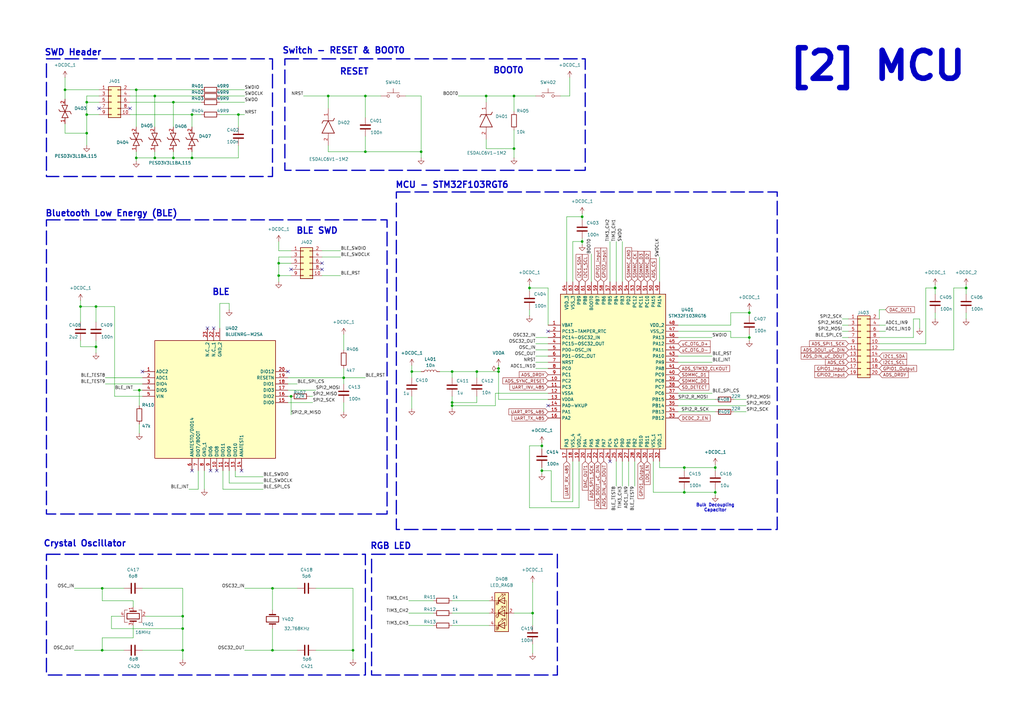
<source format=kicad_sch>
(kicad_sch (version 20231120) (generator "eeschema") (generator_version "8.0")
  (paper "A3")
  (title_block (title "Energy Monitoring System") (rev "v1.0.0") (company "Manufacturing Innovation Network Laboratory (MINLab)") (comment 1 "Developed by Vignesh Selvaraj"))
  (junction (at 222.25 182.88))
  (junction (at 74.93 257.81))
  (junction (at 280.67 191.77))
  (junction (at 134.62 39.37))
  (junction (at 71.12 41.91))
  (junction (at 172.72 62.23))
  (junction (at 293.37 191.77))
  (junction (at 35.56 41.91))
  (junction (at 149.86 39.37))
  (junction (at 35.56 46.99))
  (junction (at 26.67 36.83))
  (junction (at 307.34 138.43))
  (junction (at 119.38 162.56))
  (junction (at 204.47 152.4))
  (junction (at 55.88 64.77))
  (junction (at 111.76 266.7))
  (junction (at 57.15 160.02))
  (junction (at 383.54 118.11))
  (junction (at 168.91 152.4))
  (junction (at 74.93 266.7))
  (junction (at 114.3 107.95))
  (junction (at 217.17 118.11))
  (junction (at 39.37 125.73))
  (junction (at 218.44 251.46))
  (junction (at 185.42 166.37))
  (junction (at 210.82 60.96))
  (junction (at 199.39 39.37))
  (junction (at 78.74 64.77))
  (junction (at 78.74 46.99))
  (junction (at 33.02 125.73))
  (junction (at 185.42 152.4))
  (junction (at 238.76 88.9))
  (junction (at 307.34 128.27))
  (junction (at 293.37 201.93))
  (junction (at 210.82 39.37))
  (junction (at 63.5 64.77))
  (junction (at 114.3 113.03))
  (junction (at 280.67 201.93))
  (junction (at 140.97 154.94))
  (junction (at 55.88 36.83))
  (junction (at 35.56 54.61))
  (junction (at 238.76 99.06))
  (junction (at 97.79 46.99))
  (junction (at 204.47 151.13))
  (junction (at 74.93 252.73))
  (junction (at 63.5 39.37))
  (junction (at 185.42 165.1))
  (junction (at 111.76 241.3))
  (junction (at 41.91 241.3))
  (junction (at 39.37 142.24))
  (junction (at 222.25 193.04))
  (junction (at 396.24 118.11))
  (junction (at 149.86 62.23))
  (junction (at 195.58 152.4))
  (junction (at 71.12 64.77))
  (junction (at 144.78 266.7))
  (junction (at 41.91 266.7))
  (no_connect (at 224.79 166.37))
  (no_connect (at 85.09 134.62))
  (no_connect (at 53.34 44.45))
  (no_connect (at 78.74 193.04))
  (no_connect (at 86.36 193.04))
  (no_connect (at 132.08 110.49))
  (no_connect (at 250.19 189.23))
  (no_connect (at 99.06 193.04))
  (no_connect (at 132.08 107.95))
  (no_connect (at 40.64 44.45))
  (no_connect (at 224.79 135.89))
  (no_connect (at 119.38 110.49))
  (no_connect (at 87.63 134.62))
  (no_connect (at 118.11 152.4))
  (no_connect (at 88.9 193.04))
  (no_connect (at 58.42 152.4))
  (wire (pts (xy 377.19 130.81) (xy 377.19 134.62)))
  (wire (pts (xy 204.47 152.4) (xy 195.58 152.4)))
  (wire (pts (xy 222.25 182.88) (xy 222.25 184.15)))
  (wire (pts (xy 129.54 266.7) (xy 144.78 266.7)))
  (wire (pts (xy 278.13 168.91) (xy 293.37 168.91)))
  (wire (pts (xy 78.74 46.99) (xy 82.55 46.99)))
  (wire (pts (xy 224.79 161.29) (xy 203.2 161.29)))
  (wire (pts (xy 35.56 54.61) (xy 35.56 59.69)))
  (wire (pts (xy 360.68 143.51) (xy 391.16 143.51)))
  (wire (pts (xy 134.62 62.23) (xy 149.86 62.23)))
  (wire (pts (xy 63.5 62.23) (xy 63.5 64.77)))
  (wire (pts (xy 43.18 157.48) (xy 58.42 157.48)))
  (wire (pts (xy 224.79 163.83) (xy 204.47 163.83)))
  (wire (pts (xy 63.5 39.37) (xy 82.55 39.37)))
  (wire (pts (xy 149.86 62.23) (xy 172.72 62.23)))
  (wire (pts (xy 33.02 139.7) (xy 33.02 142.24)))
  (wire (pts (xy 118.11 157.48) (xy 121.92 157.48)))
  (wire (pts (xy 57.15 173.99) (xy 57.15 177.8)))
  (wire (pts (xy 218.44 251.46) (xy 218.44 238.76)))
  (wire (pts (xy 71.12 62.23) (xy 71.12 64.77)))
  (wire (pts (xy 396.24 118.11) (xy 396.24 120.65)))
  (wire (pts (xy 237.49 189.23) (xy 237.49 208.28)))
  (wire (pts (xy 391.16 143.51) (xy 391.16 118.11)))
  (wire (pts (xy 219.71 140.97) (xy 224.79 140.97)))
  (wire (pts (xy 255.27 189.23) (xy 255.27 199.39)))
  (wire (pts (xy 204.47 149.86) (xy 204.47 151.13)))
  (wire (pts (xy 300.99 163.83) (xy 306.07 163.83)))
  (wire (pts (xy 74.93 257.81) (xy 74.93 266.7)))
  (wire (pts (xy 185.42 166.37) (xy 185.42 167.64)))
  (wire (pts (xy 360.68 127) (xy 360.68 130.81)))
  (wire (pts (xy 278.13 138.43) (xy 292.1 138.43)))
  (wire (pts (xy 217.17 118.11) (xy 217.17 119.38)))
  (wire (pts (xy 267.97 201.93) (xy 280.67 201.93)))
  (wire (pts (xy 134.62 59.69) (xy 134.62 62.23)))
  (wire (pts (xy 90.17 39.37) (xy 100.33 39.37)))
  (wire (pts (xy 97.79 64.77) (xy 78.74 64.77)))
  (wire (pts (xy 219.71 151.13) (xy 224.79 151.13)))
  (wire (pts (xy 270.51 189.23) (xy 270.51 191.77)))
  (wire (pts (xy 35.56 41.91) (xy 40.64 41.91)))
  (wire (pts (xy 270.51 191.77) (xy 280.67 191.77)))
  (wire (pts (xy 222.25 181.61) (xy 222.25 182.88)))
  (wire (pts (xy 345.44 138.43) (xy 347.98 138.43)))
  (wire (pts (xy 217.17 127) (xy 217.17 129.54)))
  (wire (pts (xy 118.11 162.56) (xy 119.38 162.56)))
  (wire (pts (xy 55.88 36.83) (xy 55.88 52.07)))
  (wire (pts (xy 58.42 241.3) (xy 74.93 241.3)))
  (wire (pts (xy 26.67 31.75) (xy 26.67 36.83)))
  (wire (pts (xy 78.74 46.99) (xy 78.74 52.07)))
  (wire (pts (xy 210.82 251.46) (xy 218.44 251.46)))
  (wire (pts (xy 132.08 102.87) (xy 139.7 102.87)))
  (wire (pts (xy 134.62 39.37) (xy 149.86 39.37)))
  (wire (pts (xy 39.37 139.7) (xy 39.37 142.24)))
  (wire (pts (xy 238.76 97.79) (xy 238.76 99.06)))
  (wire (pts (xy 111.76 241.3) (xy 111.76 250.19)))
  (wire (pts (xy 278.13 163.83) (xy 293.37 163.83)))
  (wire (pts (xy 149.86 39.37) (xy 156.21 39.37)))
  (wire (pts (xy 140.97 151.13) (xy 140.97 154.94)))
  (wire (pts (xy 90.17 41.91) (xy 100.33 41.91)))
  (wire (pts (xy 232.41 115.57) (xy 232.41 88.9)))
  (wire (pts (xy 118.11 154.94) (xy 140.97 154.94)))
  (wire (pts (xy 83.82 193.04) (xy 83.82 200.66)))
  (wire (pts (xy 278.13 135.89) (xy 299.72 135.89)))
  (wire (pts (xy 144.78 241.3) (xy 144.78 266.7)))
  (wire (pts (xy 35.56 39.37) (xy 35.56 41.91)))
  (wire (pts (xy 111.76 241.3) (xy 121.92 241.3)))
  (wire (pts (xy 39.37 125.73) (xy 33.02 125.73)))
  (wire (pts (xy 280.67 200.66) (xy 280.67 201.93)))
  (wire (pts (xy 41.91 241.3) (xy 50.8 241.3)))
  (wire (pts (xy 168.91 149.86) (xy 168.91 152.4)))
  (wire (pts (xy 97.79 59.69) (xy 97.79 64.77)))
  (wire (pts (xy 53.34 41.91) (xy 71.12 41.91)))
  (wire (pts (xy 217.17 208.28) (xy 217.17 182.88)))
  (wire (pts (xy 53.34 46.99) (xy 78.74 46.99)))
  (wire (pts (xy 46.99 125.73) (xy 39.37 125.73)))
  (wire (pts (xy 199.39 39.37) (xy 199.39 41.91)))
  (wire (pts (xy 224.79 133.35) (xy 224.79 118.11)))
  (wire (pts (xy 58.42 162.56) (xy 46.99 162.56)))
  (wire (pts (xy 185.42 256.54) (xy 200.66 256.54)))
  (wire (pts (xy 238.76 88.9) (xy 238.76 90.17)))
  (wire (pts (xy 252.73 99.06) (xy 252.73 115.57)))
  (wire (pts (xy 74.93 252.73) (xy 74.93 257.81)))
  (wire (pts (xy 360.68 140.97) (xy 379.73 140.97)))
  (wire (pts (xy 307.34 138.43) (xy 307.34 139.7)))
  (wire (pts (xy 134.62 39.37) (xy 134.62 44.45)))
  (wire (pts (xy 74.93 241.3) (xy 74.93 252.73)))
  (wire (pts (xy 114.3 102.87) (xy 114.3 99.06)))
  (wire (pts (xy 107.95 200.66) (xy 91.44 200.66)))
  (wire (pts (xy 149.86 55.88) (xy 149.86 62.23)))
  (wire (pts (xy 90.17 46.99) (xy 97.79 46.99)))
  (wire (pts (xy 114.3 113.03) (xy 114.3 115.57)))
  (wire (pts (xy 195.58 154.94) (xy 195.58 152.4)))
  (wire (pts (xy 226.06 205.74) (xy 226.06 193.04)))
  (wire (pts (xy 219.71 146.05) (xy 224.79 146.05)))
  (wire (pts (xy 195.58 162.56) (xy 195.58 165.1)))
  (wire (pts (xy 45.72 252.73) (xy 45.72 257.81)))
  (wire (pts (xy 54.61 248.92) (xy 54.61 246.38)))
  (wire (pts (xy 237.49 208.28) (xy 217.17 208.28)))
  (wire (pts (xy 30.48 266.7) (xy 41.91 266.7)))
  (wire (pts (xy 54.61 246.38) (xy 41.91 246.38)))
  (wire (pts (xy 114.3 107.95) (xy 119.38 107.95)))
  (wire (pts (xy 26.67 50.8) (xy 26.67 54.61)))
  (wire (pts (xy 307.34 137.16) (xy 307.34 138.43)))
  (wire (pts (xy 280.67 193.04) (xy 280.67 191.77)))
  (wire (pts (xy 234.95 189.23) (xy 234.95 205.74)))
  (wire (pts (xy 26.67 36.83) (xy 40.64 36.83)))
  (wire (pts (xy 33.02 142.24) (xy 39.37 142.24)))
  (wire (pts (xy 96.52 195.58) (xy 107.95 195.58)))
  (wire (pts (xy 57.15 160.02) (xy 57.15 166.37)))
  (wire (pts (xy 185.42 165.1) (xy 195.58 165.1)))
  (wire (pts (xy 54.61 256.54) (xy 54.61 261.62)))
  (wire (pts (xy 172.72 39.37) (xy 172.72 62.23)))
  (wire (pts (xy 81.28 193.04) (xy 81.28 200.66)))
  (wire (pts (xy 307.34 127) (xy 307.34 128.27)))
  (wire (pts (xy 111.76 266.7) (xy 121.92 266.7)))
  (wire (pts (xy 90.17 124.46) (xy 93.98 124.46)))
  (wire (pts (xy 54.61 160.02) (xy 57.15 160.02)))
  (wire (pts (xy 396.24 116.84) (xy 396.24 118.11)))
  (wire (pts (xy 185.42 246.38) (xy 200.66 246.38)))
  (wire (pts (xy 242.57 104.14) (xy 242.57 115.57)))
  (wire (pts (xy 204.47 151.13) (xy 204.47 152.4)))
  (wire (pts (xy 210.82 60.96) (xy 210.82 64.77)))
  (wire (pts (xy 363.22 127) (xy 360.68 127)))
  (wire (pts (xy 180.34 152.4) (xy 185.42 152.4)))
  (wire (pts (xy 40.64 39.37) (xy 35.56 39.37)))
  (wire (pts (xy 383.54 116.84) (xy 383.54 118.11)))
  (wire (pts (xy 100.33 241.3) (xy 111.76 241.3)))
  (wire (pts (xy 71.12 41.91) (xy 71.12 52.07)))
  (wire (pts (xy 278.13 166.37) (xy 306.07 166.37)))
  (wire (pts (xy 222.25 193.04) (xy 222.25 194.31)))
  (wire (pts (xy 300.99 168.91) (xy 306.07 168.91)))
  (wire (pts (xy 233.68 39.37) (xy 233.68 31.75)))
  (wire (pts (xy 168.91 152.4) (xy 172.72 152.4)))
  (wire (pts (xy 118.11 160.02) (xy 129.54 160.02)))
  (wire (pts (xy 185.42 162.56) (xy 185.42 165.1)))
  (wire (pts (xy 222.25 191.77) (xy 222.25 193.04)))
  (wire (pts (xy 97.79 46.99) (xy 97.79 52.07)))
  (wire (pts (xy 30.48 241.3) (xy 41.91 241.3)))
  (wire (pts (xy 93.98 198.12) (xy 107.95 198.12)))
  (wire (pts (xy 140.97 165.1) (xy 140.97 168.91)))
  (wire (pts (xy 218.44 251.46) (xy 218.44 256.54)))
  (wire (pts (xy 119.38 102.87) (xy 114.3 102.87)))
  (wire (pts (xy 59.69 252.73) (xy 74.93 252.73)))
  (wire (pts (xy 260.35 189.23) (xy 260.35 199.39)))
  (wire (pts (xy 55.88 36.83) (xy 82.55 36.83)))
  (wire (pts (xy 91.44 200.66) (xy 91.44 193.04)))
  (wire (pts (xy 39.37 142.24) (xy 39.37 144.78)))
  (wire (pts (xy 53.34 39.37) (xy 63.5 39.37)))
  (wire (pts (xy 35.56 46.99) (xy 40.64 46.99)))
  (wire (pts (xy 218.44 264.16) (xy 218.44 267.97)))
  (wire (pts (xy 96.52 193.04) (xy 96.52 195.58)))
  (wire (pts (xy 35.56 41.91) (xy 35.56 46.99)))
  (wire (pts (xy 293.37 190.5) (xy 293.37 191.77)))
  (wire (pts (xy 71.12 41.91) (xy 82.55 41.91)))
  (wire (pts (xy 26.67 54.61) (xy 35.56 54.61)))
  (wire (pts (xy 93.98 124.46) (xy 93.98 127)))
  (wire (pts (xy 129.54 241.3) (xy 144.78 241.3)))
  (wire (pts (xy 199.39 60.96) (xy 210.82 60.96)))
  (wire (pts (xy 217.17 116.84) (xy 217.17 118.11)))
  (wire (pts (xy 168.91 152.4) (xy 168.91 154.94)))
  (wire (pts (xy 232.41 88.9) (xy 238.76 88.9)))
  (wire (pts (xy 55.88 64.77) (xy 55.88 66.04)))
  (wire (pts (xy 299.72 138.43) (xy 307.34 138.43)))
  (wire (pts (xy 293.37 201.93) (xy 293.37 203.2)))
  (wire (pts (xy 185.42 251.46) (xy 200.66 251.46)))
  (wire (pts (xy 119.38 113.03) (xy 114.3 113.03)))
  (wire (pts (xy 252.73 189.23) (xy 252.73 199.39)))
  (wire (pts (xy 46.99 162.56) (xy 46.99 125.73)))
  (wire (pts (xy 217.17 118.11) (xy 224.79 118.11)))
  (wire (pts (xy 45.72 257.81) (xy 74.93 257.81)))
  (wire (pts (xy 307.34 128.27) (xy 307.34 129.54)))
  (wire (pts (xy 140.97 137.16) (xy 140.97 143.51)))
  (wire (pts (xy 199.39 57.15) (xy 199.39 60.96)))
  (wire (pts (xy 293.37 200.66) (xy 293.37 201.93)))
  (wire (pts (xy 203.2 161.29) (xy 203.2 166.37)))
  (wire (pts (xy 374.65 130.81) (xy 377.19 130.81)))
  (wire (pts (xy 33.02 123.19) (xy 33.02 125.73)))
  (wire (pts (xy 114.3 107.95) (xy 114.3 113.03)))
  (wire (pts (xy 132.08 113.03) (xy 139.7 113.03)))
  (wire (pts (xy 97.79 46.99) (xy 100.33 46.99)))
  (wire (pts (xy 35.56 46.99) (xy 35.56 54.61)))
  (wire (pts (xy 345.44 130.81) (xy 347.98 130.81)))
  (wire (pts (xy 26.67 36.83) (xy 26.67 40.64)))
  (wire (pts (xy 132.08 105.41) (xy 139.7 105.41)))
  (wire (pts (xy 345.44 135.89) (xy 347.98 135.89)))
  (wire (pts (xy 363.22 133.35) (xy 360.68 133.35)))
  (wire (pts (xy 118.11 165.1) (xy 128.27 165.1)))
  (wire (pts (xy 299.72 128.27) (xy 307.34 128.27)))
  (wire (pts (xy 57.15 160.02) (xy 58.42 160.02)))
  (wire (pts (xy 127 162.56) (xy 128.27 162.56)))
  (wire (pts (xy 140.97 154.94) (xy 149.86 154.94)))
  (wire (pts (xy 391.16 118.11) (xy 396.24 118.11)))
  (wire (pts (xy 167.64 256.54) (xy 177.8 256.54)))
  (wire (pts (xy 185.42 166.37) (xy 203.2 166.37)))
  (wire (pts (xy 195.58 152.4) (xy 185.42 152.4)))
  (wire (pts (xy 299.72 133.35) (xy 299.72 128.27)))
  (wire (pts (xy 78.74 64.77) (xy 71.12 64.77)))
  (wire (pts (xy 210.82 39.37) (xy 219.71 39.37)))
  (wire (pts (xy 379.73 140.97) (xy 379.73 118.11)))
  (wire (pts (xy 257.81 199.39) (xy 257.81 189.23)))
  (wire (pts (xy 49.53 252.73) (xy 45.72 252.73)))
  (wire (pts (xy 167.64 246.38) (xy 177.8 246.38)))
  (wire (pts (xy 219.71 138.43) (xy 224.79 138.43)))
  (wire (pts (xy 185.42 165.1) (xy 185.42 166.37)))
  (wire (pts (xy 360.68 138.43) (xy 374.65 138.43)))
  (wire (pts (xy 41.91 246.38) (xy 41.91 241.3)))
  (wire (pts (xy 299.72 135.89) (xy 299.72 138.43)))
  (wire (pts (xy 204.47 163.83) (xy 204.47 152.4)))
  (wire (pts (xy 78.74 62.23) (xy 78.74 64.77)))
  (wire (pts (xy 280.67 201.93) (xy 293.37 201.93)))
  (wire (pts (xy 210.82 53.34) (xy 210.82 60.96)))
  (wire (pts (xy 172.72 62.23) (xy 172.72 64.77)))
  (wire (pts (xy 293.37 191.77) (xy 293.37 193.04)))
  (wire (pts (xy 100.33 266.7) (xy 111.76 266.7)))
  (wire (pts (xy 63.5 64.77) (xy 55.88 64.77)))
  (wire (pts (xy 167.64 251.46) (xy 177.8 251.46)))
  (wire (pts (xy 63.5 39.37) (xy 63.5 52.07)))
  (wire (pts (xy 219.71 143.51) (xy 224.79 143.51)))
  (wire (pts (xy 363.22 135.89) (xy 360.68 135.89)))
  (wire (pts (xy 267.97 189.23) (xy 267.97 201.93)))
  (wire (pts (xy 168.91 162.56) (xy 168.91 167.64)))
  (wire (pts (xy 217.17 182.88) (xy 222.25 182.88)))
  (wire (pts (xy 58.42 266.7) (xy 74.93 266.7)))
  (wire (pts (xy 187.96 39.37) (xy 199.39 39.37)))
  (wire (pts (xy 270.51 105.41) (xy 270.51 115.57)))
  (wire (pts (xy 71.12 64.77) (xy 63.5 64.77)))
  (wire (pts (xy 39.37 132.08) (xy 39.37 125.73)))
  (wire (pts (xy 199.39 39.37) (xy 210.82 39.37)))
  (wire (pts (xy 278.13 146.05) (xy 292.1 146.05)))
  (wire (pts (xy 383.54 118.11) (xy 383.54 120.65)))
  (wire (pts (xy 379.73 118.11) (xy 383.54 118.11)))
  (wire (pts (xy 41.91 266.7) (xy 50.8 266.7)))
  (wire (pts (xy 396.24 128.27) (xy 396.24 130.81)))
  (wire (pts (xy 140.97 154.94) (xy 140.97 157.48)))
  (wire (pts (xy 114.3 105.41) (xy 114.3 107.95)))
  (wire (pts (xy 229.87 39.37) (xy 233.68 39.37)))
  (wire (pts (xy 238.76 99.06) (xy 238.76 100.33)))
  (wire (pts (xy 41.91 261.62) (xy 41.91 266.7)))
  (wire (pts (xy 33.02 125.73) (xy 33.02 132.08)))
  (wire (pts (xy 278.13 133.35) (xy 299.72 133.35)))
  (wire (pts (xy 90.17 36.83) (xy 100.33 36.83)))
  (wire (pts (xy 278.13 148.59) (xy 292.1 148.59)))
  (wire (pts (xy 124.46 39.37) (xy 134.62 39.37)))
  (wire (pts (xy 119.38 162.56) (xy 119.38 170.18)))
  (wire (pts (xy 111.76 257.81) (xy 111.76 266.7)))
  (wire (pts (xy 93.98 193.04) (xy 93.98 198.12)))
  (wire (pts (xy 53.34 36.83) (xy 55.88 36.83)))
  (wire (pts (xy 234.95 115.57) (xy 234.95 99.06)))
  (wire (pts (xy 255.27 99.06) (xy 255.27 115.57)))
  (wire (pts (xy 345.44 133.35) (xy 347.98 133.35)))
  (wire (pts (xy 383.54 128.27) (xy 383.54 130.81)))
  (wire (pts (xy 90.17 134.62) (xy 90.17 124.46)))
  (wire (pts (xy 278.13 161.29) (xy 292.1 161.29)))
  (wire (pts (xy 144.78 266.7) (xy 144.78 270.51)))
  (wire (pts (xy 81.28 200.66) (xy 77.47 200.66)))
  (wire (pts (xy 185.42 154.94) (xy 185.42 152.4)))
  (wire (pts (xy 234.95 205.74) (xy 226.06 205.74)))
  (wire (pts (xy 374.65 138.43) (xy 374.65 130.81)))
  (wire (pts (xy 250.19 99.06) (xy 250.19 115.57)))
  (wire (pts (xy 119.38 105.41) (xy 114.3 105.41)))
  (wire (pts (xy 149.86 48.26) (xy 149.86 39.37)))
  (wire (pts (xy 43.18 154.94) (xy 58.42 154.94)))
  (wire (pts (xy 210.82 45.72) (xy 210.82 39.37)))
  (wire (pts (xy 238.76 87.63) (xy 238.76 88.9)))
  (wire (pts (xy 219.71 148.59) (xy 224.79 148.59)))
  (wire (pts (xy 54.61 261.62) (xy 41.91 261.62)))
  (wire (pts (xy 74.93 266.7) (xy 74.93 270.51)))
  (wire (pts (xy 222.25 193.04) (xy 226.06 193.04)))
  (wire (pts (xy 280.67 191.77) (xy 293.37 191.77)))
  (wire (pts (xy 166.37 39.37) (xy 172.72 39.37)))
  (wire (pts (xy 55.88 62.23) (xy 55.88 64.77)))
  (wire (pts (xy 234.95 99.06) (xy 238.76 99.06)))
  (rectangle (start 19.05 90.17) (end 158.75 210.82) (stroke (width 0.508) (type dash)))
  (rectangle (start 152.4 227.33) (end 228.6 276.86) (stroke (width 0.508) (type dash)))
  (rectangle (start 162.56 78.74) (end 318.77 217.17) (stroke (width 0.508) (type dash)))
  (rectangle (start 116.84 24.13) (end 240.03 69.85) (stroke (width 0.508) (type dash)))
  (rectangle (start 19.05 227.33) (end 149.86 276.86) (stroke (width 0.508) (type dash)))
  (rectangle (start 19.05 24.13) (end 111.76 72.39) (stroke (width 0.508) (type dash)))
  (text "RGB LED" (at 160.274 224.028 0) (effects (font (size 2.54 2.54) (thickness 0.508) (bold yes))))
  (text "BLE" (at 90.678 119.888 0) (effects (font (size 2.54 2.54) (thickness 0.508) (bold yes))))
  (text "SWD Header" (at 29.972 21.59 0) (effects (font (size 2.54 2.54) (thickness 0.508) (bold yes))))
  (text "Switch - RESET & BOOT0" (at 140.97 20.828 0) (effects (font (size 2.54 2.54) (thickness 0.508) (bold yes))))
  (text "Bluetooth Low Energy (BLE)" (at 45.72 87.63 0) (effects (font (size 2.54 2.54) (thickness 0.508) (bold yes))))
  (text "Crystal Oscillator" (at 34.798 223.012 0) (effects (font (size 2.54 2.54) (thickness 0.508) (bold yes))))
  (text "[2] MCU\n" (at 359.918 27.178 0) (effects (font (size 11.43 11.43) (thickness 2.286) (bold yes))))
  (text "Bulk Decoupling\nCapacitor\n" (at 293.37 208.28 0) (effects (font (size 1.27 1.27) (thickness 0.254) (bold yes))))
  (text "BLE SWD" (at 130.048 94.742 0) (effects (font (size 2.54 2.54) (thickness 0.508) (bold yes))))
  (text "MCU - STM32F103RGT6" (at 185.42 75.946 0) (effects (font (size 2.54 2.54) (thickness 0.508) (bold yes))))
  (text "BOOT0" (at 208.534 28.956 0) (effects (font (size 2.54 2.54) (thickness 0.508) (bold yes))))
  (text "RESET" (at 145.288 29.464 0) (effects (font (size 2.54 2.54) (thickness 0.508) (bold yes))))
  (label "BLE_SPI_CS" (at 107.95 200.66 0))
  (label "SPI2_MOSI" (at 129.54 160.02 0))
  (label "BLE_TEST8" (at 252.73 199.39 270))
  (label "SPI2_MISO" (at 306.07 166.37 0))
  (label "BLE_RST" (at 292.1 146.05 0))
  (label "SWDIO" (at 292.1 138.43 0))
  (label "BOOT0" (at 242.57 104.14 90))
  (label "OSC_IN" (at 219.71 143.51 180))
  (label "SWDO" (at 255.27 99.06 90))
  (label "BLE_SWDCLK" (at 107.95 198.12 0))
  (label "SPI2_R_SCK" (at 279.4 168.91 0))
  (label "SWDCLK" (at 100.33 39.37 0))
  (label "BLE_SPI_CS" (at 345.44 138.43 180))
  (label "TIM3_CH2" (at 250.19 99.06 90))
  (label "BLE_INT" (at 292.1 148.59 0))
  (label "ADC1_IN10" (at 219.71 151.13 180))
  (label "BLE_SWDCLK" (at 139.7 105.41 0))
  (label "ADC1_IN9" (at 363.22 133.35 0))
  (label "OSC32_IN" (at 100.33 241.3 180))
  (label "SPI2_R_MOSI" (at 278.13 163.83 0))
  (label "OSC32_IN" (at 219.71 138.43 180))
  (label "SPI2_R_MISO" (at 119.38 170.18 0))
  (label "BLE_INT" (at 54.61 160.02 180))
  (label "BLE_TEST9" (at 260.35 199.39 270))
  (label "ADC1_IN10" (at 363.22 135.89 0))
  (label "SPI2_MISO" (at 128.27 162.56 0))
  (label "TIM3_CH1" (at 167.64 246.38 180))
  (label "TIM3_CH3" (at 255.27 199.39 270))
  (label "TIM3_CH1" (at 252.73 99.06 90))
  (label "SPI2_SCK" (at 128.27 165.1 0))
  (label "BLE_TEST9" (at 43.18 157.48 180))
  (label "OSC32_OUT" (at 100.33 266.7 180))
  (label "OSC32_OUT" (at 219.71 140.97 180))
  (label "BLE_INT" (at 77.47 200.66 180))
  (label "OSC_OUT" (at 219.71 146.05 180))
  (label "BLE_TEST8" (at 43.18 154.94 180))
  (label "NRST" (at 100.33 46.99 0))
  (label "BLE_SPI_CS" (at 292.1 161.29 0))
  (label "TIM3_CH3" (at 167.64 256.54 180))
  (label "SPI2_SCK" (at 345.44 130.81 180))
  (label "BOOT0" (at 187.96 39.37 180))
  (label "BLE_SPI_CS" (at 121.92 157.48 0))
  (label "TIM3_CH2" (at 167.64 251.46 180))
  (label "NRST" (at 219.71 148.59 180))
  (label "BLE_RST" (at 139.7 113.03 0))
  (label "SPI2_SCK" (at 306.07 168.91 0))
  (label "SPI2_MISO" (at 345.44 133.35 180))
  (label "ADC1_IN9" (at 257.81 199.39 270))
  (label "SWDIO" (at 100.33 36.83 0))
  (label "BLE_RST" (at 149.86 154.94 0))
  (label "OSC_OUT" (at 30.48 266.7 180))
  (label "BLE_SWDIO" (at 107.95 195.58 0))
  (label "SWDCLK" (at 270.51 105.41 90))
  (label "SPI2_MOSI" (at 345.44 135.89 180))
  (label "SWDO" (at 100.33 41.91 0))
  (label "NRST" (at 124.46 39.37 180))
  (label "OSC_IN" (at 30.48 241.3 180))
  (label "SPI2_MOSI" (at 306.07 163.83 0))
  (label "BLE_SWDIO" (at 139.7 102.87 0))
  (global_label "I2C1_SDA" (shape input) (at 360.68 146.05 0) (property "Intersheetrefs" "${INTERSHEET_REFS}" (effects (hide yes))))
  (global_label "I2C1_SDA" (shape input) (at 237.49 115.57 90) (property "Intersheetrefs" "${INTERSHEET_REFS}" (effects (hide yes))))
  (global_label "DAC_OUT1" (shape input) (at 363.22 127 0) (property "Intersheetrefs" "${INTERSHEET_REFS}" (effects (hide yes))))
  (global_label "ADS_DIN_uC_DOUT" (shape input) (at 347.98 146.05 180) (property "Intersheetrefs" "${INTERSHEET_REFS}" (effects (hide yes))))
  (global_label "SDMMC_D1" (shape input) (at 278.13 153.67 0) (property "Intersheetrefs" "${INTERSHEET_REFS}" (effects (hide yes))))
  (global_label "UART_RX_485" (shape input) (at 232.41 189.23 270) (property "Intersheetrefs" "${INTERSHEET_REFS}" (effects (hide yes))))
  (global_label "ADS_DRDY" (shape input) (at 224.79 153.67 180) (property "Intersheetrefs" "${INTERSHEET_REFS}" (effects (hide yes))))
  (global_label "SDMMC_D3" (shape input) (at 262.89 115.57 90) (property "Intersheetrefs" "${INTERSHEET_REFS}" (effects (hide yes))))
  (global_label "GPIO1_Input" (shape input) (at 245.11 115.57 90) (property "Intersheetrefs" "${INTERSHEET_REFS}" (effects (hide yes))))
  (global_label "DCDC_2_EN" (shape input) (at 278.13 171.45 0) (property "Intersheetrefs" "${INTERSHEET_REFS}" (effects (hide yes))))
  (global_label "UART_RTS_485" (shape input) (at 224.79 168.91 180) (property "Intersheetrefs" "${INTERSHEET_REFS}" (effects (hide yes))))
  (global_label "ADS_STM32_CLKOUT" (shape input) (at 278.13 151.13 0) (property "Intersheetrefs" "${INTERSHEET_REFS}" (effects (hide yes))))
  (global_label "LDO_EN" (shape input) (at 265.43 189.23 270) (property "Intersheetrefs" "${INTERSHEET_REFS}" (effects (hide yes))))
  (global_label "GPIO1_Output" (shape input) (at 262.89 189.23 270) (property "Intersheetrefs" "${INTERSHEET_REFS}" (effects (hide yes))))
  (global_label "ADS_DRDY" (shape input) (at 360.68 153.67 0) (property "Intersheetrefs" "${INTERSHEET_REFS}" (effects (hide yes))))
  (global_label "GPIO2_Input" (shape input) (at 247.65 115.57 90) (property "Intersheetrefs" "${INTERSHEET_REFS}" (effects (hide yes))))
  (global_label "ADS_SPI1_SCK" (shape input) (at 242.57 189.23 270) (property "Intersheetrefs" "${INTERSHEET_REFS}" (effects (hide yes))))
  (global_label "SDMMC_D2" (shape input) (at 265.43 115.57 90) (property "Intersheetrefs" "${INTERSHEET_REFS}" (effects (hide yes))))
  (global_label "GPIO1_Input" (shape input) (at 347.98 151.13 180) (property "Intersheetrefs" "${INTERSHEET_REFS}" (effects (hide yes))))
  (global_label "ADS_SPI1_SCK" (shape input) (at 347.98 140.97 180) (property "Intersheetrefs" "${INTERSHEET_REFS}" (effects (hide yes))))
  (global_label "ADS_DOUT_uC_DIN" (shape input) (at 347.98 143.51 180) (property "Intersheetrefs" "${INTERSHEET_REFS}" (effects (hide yes))))
  (global_label "DAC_OUT1" (shape input) (at 240.03 189.23 270) (property "Intersheetrefs" "${INTERSHEET_REFS}" (effects (hide yes))))
  (global_label "uC_OTG_D-" (shape input) (at 278.13 143.51 0) (property "Intersheetrefs" "${INTERSHEET_REFS}" (effects (hide yes))))
  (global_label "UART_INV_485" (shape input) (at 224.79 158.75 180) (property "Intersheetrefs" "${INTERSHEET_REFS}" (effects (hide yes))))
  (global_label "ADS_DOUT_uC_DIN" (shape input) (at 245.11 189.23 270) (property "Intersheetrefs" "${INTERSHEET_REFS}" (effects (hide yes))))
  (global_label "GPIO1_Output" (shape input) (at 360.68 151.13 0) (property "Intersheetrefs" "${INTERSHEET_REFS}" (effects (hide yes))))
  (global_label "ADS_CS" (shape input) (at 267.97 115.57 90) (property "Intersheetrefs" "${INTERSHEET_REFS}" (effects (hide yes))))
  (global_label "UART_TX_485" (shape input) (at 224.79 171.45 180) (property "Intersheetrefs" "${INTERSHEET_REFS}" (effects (hide yes))))
  (global_label "SD_DETECT" (shape input) (at 278.13 158.75 0) (property "Intersheetrefs" "${INTERSHEET_REFS}" (effects (hide yes))))
  (global_label "SDMMC_D0" (shape input) (at 278.13 156.21 0) (property "Intersheetrefs" "${INTERSHEET_REFS}" (effects (hide yes))))
  (global_label "SDMMC_CMD" (shape input) (at 257.81 115.57 90) (property "Intersheetrefs" "${INTERSHEET_REFS}" (effects (hide yes))))
  (global_label "GPIO2_Input" (shape input) (at 347.98 153.67 180) (property "Intersheetrefs" "${INTERSHEET_REFS}" (effects (hide yes))))
  (global_label "uC_OTG_D+" (shape input) (at 278.13 140.97 0) (property "Intersheetrefs" "${INTERSHEET_REFS}" (effects (hide yes))))
  (global_label "ADS_CS" (shape input) (at 347.98 148.59 180) (property "Intersheetrefs" "${INTERSHEET_REFS}" (effects (hide yes))))
  (global_label "I2C1_SCL" (shape input) (at 360.68 148.59 0) (property "Intersheetrefs" "${INTERSHEET_REFS}" (effects (hide yes))))
  (global_label "I2C1_SCL" (shape input) (at 240.03 115.57 90) (property "Intersheetrefs" "${INTERSHEET_REFS}" (effects (hide yes))))
  (global_label "ADS_DIN_uC_DOUT" (shape input) (at 247.65 189.23 270) (property "Intersheetrefs" "${INTERSHEET_REFS}" (effects (hide yes))))
  (global_label "ADS_SYNC_RESET" (shape input) (at 224.79 156.21 180) (property "Intersheetrefs" "${INTERSHEET_REFS}" (effects (hide yes))))
  (global_label "SDMMC_CK" (shape input) (at 260.35 115.57 90) (property "Intersheetrefs" "${INTERSHEET_REFS}" (effects (hide yes))))
  (symbol (lib_id "Device:C") (at 140.97 161.29 0) (unit 1)
    (property "Reference" "C413" (at 142.748 158.75 0) (effects (justify left)))
    (property "Value" "100n" (at 143.002 163.576 0) (effects (justify left)))
    (property "Footprint" "Capacitor_SMD:C_0402_1005Metric" (effects (hide yes)))
    (property "Datasheet" "https://www.mouser.com/datasheet/2/40/KGM_X7R-3223212.pdf" (effects (hide yes)))
    (property "Description" "Unpolarized capacitor" (effects (hide yes)))
    (property "Distributor_Link" "https://www.mouser.com/ProductDetail/KYOCERA-AVX/04023C104KAT2A?qs=nNezP%252BoerbAsgsxxIAjFOw%3D%3D" (effects (hide yes)))
    (property "Manufacturer_Name" "KYOCERA AVX" (effects (hide yes)))
    (property "Manufacturer_Part_Number" "04023C104KAT2A" (effects (hide yes)))
  )
  (symbol (lib_id "power:GND") (at 93.98 127 0) (unit 1)
    (property "Reference" "#PWR0415" (effects (hide yes)))
    (property "Value" "GND" (effects (hide yes)))
    (property "Description" "Power symbol creates a global label with name \"GND\" , ground" (effects (hide yes)))
  )
  (symbol (lib_id "Device:R") (at 140.97 147.32 180) (unit 1)
    (property "Reference" "R406" (at 141.986 143.256 0) (effects (justify right)))
    (property "Value" "4k7" (at 141.986 151.892 0) (effects (justify right)))
    (property "Footprint" "Resistor_SMD:R_0603_1608Metric" (effects (hide yes)))
    (property "Datasheet" "https://www.mouser.com/datasheet/2/447/PYu_SR_20105_RoHS_L_12-3461462.pdf" (effects (hide yes)))
    (property "Description" "Resistor" (effects (hide yes)))
    (property "Distributor_Link" "https://www.mouser.com/ProductDetail/YAGEO/SR0603FR-7T4K7L?qs=1mbolxNpo8e2BYIAXFrBnQ%3D%3D" (effects (hide yes)))
    (property "Manufacturer_Name" "YAGEO" (effects (hide yes)))
    (property "Manufacturer_Part_Number" "SR0603FR-7T4K7L" (effects (hide yes)))
  )
  (symbol (lib_id "Device:C") (at 54.61 266.7 90) (unit 1)
    (property "Reference" "C420" (at 54.864 273.304 90))
    (property "Value" "6p8" (at 54.864 270.256 90))
    (property "Footprint" "Capacitor_SMD:C_0402_1005Metric" (effects (hide yes)))
    (property "Datasheet" "https://www.mouser.com/datasheet/2/40/C0GNP0_KGM-3216332.pdf" (effects (hide yes)))
    (property "Description" "Unpolarized capacitor" (effects (hide yes)))
    (property "Distributor_Link" "https://www.mouser.com/ProductDetail/KYOCERA-AVX/04025A6R8GAT2A?qs=k4kUdCzLgS5MU2CGW7q%2F3Q%3D%3D" (effects (hide yes)))
    (property "Manufacturer_Name" "KYOCERA AVX" (effects (hide yes)))
    (property "Manufacturer_Part_Number" "04025A6R8GAT2A" (effects (hide yes)))
  )
  (symbol (lib_id "Device:C") (at 238.76 93.98 0) (unit 1)
    (property "Reference" "C403" (at 240.538 91.44 0) (effects (justify left)))
    (property "Value" "100n" (at 240.792 96.266 0) (effects (justify left)))
    (property "Footprint" "Capacitor_SMD:C_0402_1005Metric" (effects (hide yes)))
    (property "Datasheet" "https://www.mouser.com/datasheet/2/40/KGM_X7R-3223212.pdf" (effects (hide yes)))
    (property "Description" "Unpolarized capacitor" (effects (hide yes)))
    (property "Distributor_Link" "https://www.mouser.com/ProductDetail/KYOCERA-AVX/04023C104KAT2A?qs=nNezP%252BoerbAsgsxxIAjFOw%3D%3D" (effects (hide yes)))
    (property "Manufacturer_Name" "KYOCERA AVX" (effects (hide yes)))
    (property "Manufacturer_Part_Number" "04023C104KAT2A" (effects (hide yes)))
  )
  (symbol (lib_id "Switch:SW_Push") (at 161.29 39.37 0) (unit 1)
    (property "Reference" "SW401" (at 161.29 33.782 0))
    (property "Value" "SW_Push" (effects (hide yes)))
    (property "Footprint" "Button_Switch_SMD:SW_SPST_CK_RS282G05A3" (effects (hide yes)))
    (property "Datasheet" "https://www.mouser.com/datasheet/2/240/RS_282G05A_SM_RT-3051254.pdf" (effects (hide yes)))
    (property "Description" "Push button switch, generic, two pins" (effects (hide yes)))
    (property "Distributor_Link" "https://www.mouser.com/ProductDetail/CK/RS282G05A3SMRT?qs=Gufeu08L%2Fl2VU43xmeLp5Q%3D%3D" (effects (hide yes)))
    (property "Manufacturer_Name" "C&K" (effects (hide yes)))
    (property "Manufacturer_Part_Number" "RS282G05A3SMRT" (effects (hide yes)))
  )
  (symbol (lib_id "EMS:+DCDC_1") (at 26.67 31.75 0) (unit 1) (in_bom no) (on_board no)
    (property "Reference" "#PWR0401" (effects (hide yes)))
    (property "Value" "+DCDC_1" (at 26.67 26.67 0))
    (property "Description" "Power supply \"+DCDC_1V\"" (effects (hide yes)))
  )
  (symbol (lib_id "power:GND") (at 222.25 194.31 0) (unit 1)
    (property "Reference" "#PWR0432" (effects (hide yes)))
    (property "Value" "GND" (effects (hide yes)))
    (property "Description" "Power symbol creates a global label with name \"GND\" , ground" (effects (hide yes)))
  )
  (symbol (lib_id "Device:C") (at 125.73 266.7 90) (unit 1)
    (property "Reference" "C421" (at 125.984 273.304 90))
    (property "Value" "5p6" (at 125.984 270.256 90))
    (property "Footprint" "Capacitor_SMD:C_0402_1005Metric" (effects (hide yes)))
    (property "Description" "Unpolarized capacitor" (effects (hide yes)))
    (property "Distributor_Link" "https://www.mouser.com/ProductDetail/Murata-Electronics/GJM1555C1H5R6FB01D?qs=ui%252B2d9lVEI7IxjS9Vv%252BuoQ%3D%3D" (effects (hide yes)))
    (property "Manufacturer_Name" "Murata Electronics" (effects (hide yes)))
    (property "Manufacturer_Part_Number" "GJM1555C1H5R6FB01D" (effects (hide yes)))
  )
  (symbol (lib_id "Device:R") (at 297.18 168.91 270) (unit 1)
    (property "Reference" "R409" (at 299.466 168.91 90) (effects (justify right)))
    (property "Value" "22R" (at 303.784 167.64 90) (effects (justify right)))
    (property "Footprint" "Resistor_SMD:R_0603_1608Metric" (effects (hide yes)))
    (property "Datasheet" "https://www.mouser.com/datasheet/2/315/AOA0000C334-1314047.pdf" (effects (hide yes)))
    (property "Description" "Resistor" (effects (hide yes)))
    (property "Distributor_Link" "https://www.mouser.com/ProductDetail/Panasonic/ERJ-S03F22R0V?qs=sGAEpiMZZMvdGkrng054t59%2FMXCyyixeZfkxx1NkMqo%3D" (effects (hide yes)))
    (property "Manufacturer_Name" "Panasonic" (effects (hide yes)))
    (property "Manufacturer_Part_Number" "ERJ-S03F22R0V" (effects (hide yes)))
  )
  (symbol (lib_id "EMS:PESD3V3L1BA,115") (at 55.88 67.31 90) (unit 1)
    (property "Reference" "D404" (at 47.752 58.42 90) (effects (justify right)))
    (property "Value" "PESD3V3L1BA,115" (effects (hide yes)))
    (property "Footprint" "EMS:PESD3V3L1BA_115-SOD-323-2" (effects (hide yes)))
    (property "Datasheet" "https://assets.nexperia.com/documents/data-sheet/PESDXL1BA_SER.pdf" (effects (hide yes)))
    (property "Description" "PESD3V3L1BA - Low capacitance bidirectional ESD protection diode in SOD323" (effects (hide yes)))
    (property "Height" "1.1" (effects (hide yes)))
    (property "Mouser Part Number" "771-PESD3V3L1BA-T/R" (effects (hide yes)))
    (property "Mouser Price/Stock" "https://www.mouser.co.uk/ProductDetail/Nexperia/PESD3V3L1BA115?qs=LOCUfHb8d9tfcQwAsqvzKg%3D%3D" (effects (hide yes)))
    (property "Manufacturer_Name" "Nexperia" (effects (hide yes)))
    (property "Manufacturer_Part_Number" "PESD3V3L1BA,115" (effects (hide yes)))
    (property "Distributor_Link" "https://www.mouser.co.uk/ProductDetail/Nexperia/PESD3V3L1BA115?qs=LOCUfHb8d9tfcQwAsqvzKg%3D%3D" (effects (hide yes)))
  )
  (symbol (lib_id "power:GND") (at 39.37 144.78 0) (unit 1)
    (property "Reference" "#PWR0423" (effects (hide yes)))
    (property "Value" "GND" (effects (hide yes)))
    (property "Description" "Power symbol creates a global label with name \"GND\" , ground" (effects (hide yes)))
  )
  (symbol (lib_id "EMS:PESD3V3L1BA,115") (at 71.12 67.31 90) (unit 1)
    (property "Reference" "D406" (at 71.628 51.816 90) (effects (justify right)))
    (property "Value" "PESD3V3L1BA,115" (at 60.96 66.802 90) (effects (justify right)))
    (property "Footprint" "EMS:PESD3V3L1BA_115-SOD-323-2" (effects (hide yes)))
    (property "Datasheet" "https://assets.nexperia.com/documents/data-sheet/PESDXL1BA_SER.pdf" (effects (hide yes)))
    (property "Description" "PESD3V3L1BA - Low capacitance bidirectional ESD protection diode in SOD323" (effects (hide yes)))
    (property "Height" "1.1" (effects (hide yes)))
    (property "Mouser Part Number" "771-PESD3V3L1BA-T/R" (effects (hide yes)))
    (property "Mouser Price/Stock" "https://www.mouser.co.uk/ProductDetail/Nexperia/PESD3V3L1BA115?qs=LOCUfHb8d9tfcQwAsqvzKg%3D%3D" (effects (hide yes)))
    (property "Manufacturer_Name" "Nexperia" (effects (hide yes)))
    (property "Manufacturer_Part_Number" "PESD3V3L1BA,115" (effects (hide yes)))
    (property "Distributor_Link" "https://www.mouser.co.uk/ProductDetail/Nexperia/PESD3V3L1BA115?qs=LOCUfHb8d9tfcQwAsqvzKg%3D%3D" (effects (hide yes)))
  )
  (symbol (lib_id "Device:R") (at 210.82 49.53 180) (unit 1)
    (property "Reference" "R405" (at 211.836 45.466 0) (effects (justify right)))
    (property "Value" "10k" (at 211.836 54.102 0) (effects (justify right)))
    (property "Footprint" "Resistor_SMD:R_0603_1608Metric" (effects (hide yes)))
    (property "Datasheet" "https://www.vishay.com/doc?20035" (effects (hide yes)))
    (property "Description" "Resistor" (effects (hide yes)))
    (property "Distributor_Link" "https://www.mouser.com/ProductDetail/Vishay-Dale/CRCW060310K0FKEI?qs=3qWEzBg5KnKofE%252B8acPBRA%3D%3D" (effects (hide yes)))
    (property "Manufacturer_Name" "Vishay/Dale" (effects (hide yes)))
    (property "Manufacturer_Part_Number" "CRCW060310K0FKEI" (effects (hide yes)))
  )
  (symbol (lib_id "EMS:+DCDC_1") (at 233.68 31.75 0) (unit 1) (in_bom no) (on_board no)
    (property "Reference" "#PWR0402" (effects (hide yes)))
    (property "Value" "+DCDC_1" (at 233.68 26.67 0))
    (property "Description" "Power supply \"+DCDC_1V\"" (effects (hide yes)))
  )
  (symbol (lib_id "Device:C") (at 168.91 158.75 0) (unit 1)
    (property "Reference" "C410" (at 170.434 155.956 0) (effects (justify left)))
    (property "Value" "1u" (at 165.354 161.29 0) (effects (justify left)))
    (property "Footprint" "Capacitor_SMD:C_0402_1005Metric" (effects (hide yes)))
    (property "Datasheet" "https://www.mouser.com/datasheet/2/40/KGM_X7R-3223212.pdf" (effects (hide yes)))
    (property "Description" "Unpolarized capacitor" (effects (hide yes)))
    (property "Distributor_Link" "https://www.mouser.com/ProductDetail/KYOCERA-AVX/KGM05AR70J105KH?qs=Jm2GQyTW%2FbhjbEFVB5FesQ%3D%3D" (effects (hide yes)))
    (property "Manufacturer_Name" "KYOCERA AVX " (effects (hide yes)))
    (property "Manufacturer_Part_Number" "KGM05AR70J105KH" (effects (hide yes)))
  )
  (symbol (lib_id "EMS:PESD3V3L1BA,115") (at 63.5 67.31 90) (unit 1)
    (property "Reference" "D405" (at 57.658 51.562 90) (effects (justify right)))
    (property "Value" "PESD3V3L1BA,115" (effects (hide yes)))
    (property "Footprint" "EMS:PESD3V3L1BA_115-SOD-323-2" (effects (hide yes)))
    (property "Datasheet" "https://assets.nexperia.com/documents/data-sheet/PESDXL1BA_SER.pdf" (effects (hide yes)))
    (property "Description" "PESD3V3L1BA - Low capacitance bidirectional ESD protection diode in SOD323" (effects (hide yes)))
    (property "Height" "1.1" (effects (hide yes)))
    (property "Mouser Part Number" "771-PESD3V3L1BA-T/R" (effects (hide yes)))
    (property "Mouser Price/Stock" "https://www.mouser.co.uk/ProductDetail/Nexperia/PESD3V3L1BA115?qs=LOCUfHb8d9tfcQwAsqvzKg%3D%3D" (effects (hide yes)))
    (property "Manufacturer_Name" "Nexperia" (effects (hide yes)))
    (property "Manufacturer_Part_Number" "PESD3V3L1BA,115" (effects (hide yes)))
    (property "Distributor_Link" "https://www.mouser.co.uk/ProductDetail/Nexperia/PESD3V3L1BA115?qs=LOCUfHb8d9tfcQwAsqvzKg%3D%3D" (effects (hide yes)))
  )
  (symbol (lib_id "Device:LED_RAGB") (at 205.74 251.46 0) (unit 1)
    (property "Reference" "D408" (at 205.74 237.49 0))
    (property "Value" "LED_RAGB" (at 205.74 240.03 0))
    (property "Footprint" "LED_SMD:LED_Kingbright_APFA3010_3x1.5mm_Horizontal" (effects (hide yes)))
    (property "Datasheet" "https://www.mouser.com/datasheet/2/216/APFA3010LSEEZGKQBKC-786336.pdf" (effects (hide yes)))
    (property "Description" "RGB LED, red/anode/green/blue" (effects (hide yes)))
    (property "Manufacturer_Name" "Kingbright" (effects (hide yes)))
    (property "Manufacturer_Part_Number" "APFA3010LSEEZGKQBKC" (effects (hide yes)))
    (property "Distributor_Link" "https://www.mouser.com/ProductDetail/Kingbright/APFA3010LSEEZGKQBKC?qs=ZqXcJfGlKsh4RNXwluO8Eg%3D%3D" (effects (hide yes)))
  )
  (symbol (lib_id "EMS:ESDALC6V1-1M2") (at 134.62 52.07 270) (unit 1)
    (property "Reference" "D402" (at 138.43 50.2919 90) (effects (justify left)))
    (property "Value" "ESDALC6V1-1M2" (at 126.746 65.278 90) (effects (justify left)))
    (property "Footprint" "EMS:ESDALC6V11M2" (effects (hide yes)))
    (property "Description" "ESD Suppressors / TVS Diodes Low cap TRANSIL" (effects (hide yes)))
    (property "Mouser Part Number" "511-ESDALC6V1-1M2" (effects (hide yes)))
    (property "Mouser Price/Stock" "https://www.mouser.co.uk/ProductDetail/STMicroelectronics/ESDALC6V1-1M2?qs=Cak7mXXNf1Vp5Y5FXrX40g%3D%3D" (effects (hide yes)))
    (property "Manufacturer_Name" "STMicroelectronics" (effects (hide yes)))
    (property "Manufacturer_Part_Number" "ESDALC6V1-1M2" (effects (hide yes)))
    (property "Distributor_Link" "https://www.mouser.co.uk/ProductDetail/STMicroelectronics/ESDALC6V1-1M2?qs=Cak7mXXNf1Vp5Y5FXrX40g%3D%3D" (effects (hide yes)))
  )
  (symbol (lib_id "Device:R") (at 86.36 36.83 270) (unit 1)
    (property "Reference" "R401" (at 81.026 35.306 90))
    (property "Value" "49R9" (at 91.44 35.306 90))
    (property "Footprint" "Resistor_SMD:R_0402_1005Metric" (effects (hide yes)))
    (property "Datasheet" "https://www.vishay.com/doc?31010" (effects (hide yes)))
    (property "Description" "Resistor" (effects (hide yes)))
    (property "Distributor_Link" "https://www.mouser.com/ProductDetail/Vishay/M55342K11B49D9RS2?qs=DRnBzpJSeP4mXvhGAQSKpg%3D%3D" (effects (hide yes)))
    (property "Manufacturer_Name" "Vishay" (effects (hide yes)))
    (property "Manufacturer_Part_Number" "M55342K11B49D9RS2" (effects (hide yes)))
  )
  (symbol (lib_id "EMS:+DCDC_1") (at 114.3 99.06 0) (unit 1) (in_bom no) (on_board no)
    (property "Reference" "#PWR0408" (effects (hide yes)))
    (property "Value" "+DCDC_1" (at 114.3 93.98 0))
    (property "Description" "Power supply \"+DCDC_1V\"" (effects (hide yes)))
  )
  (symbol (lib_id "power:GND") (at 35.56 59.69 0) (unit 1)
    (property "Reference" "#PWR0403" (effects (hide yes)))
    (property "Value" "GND" (effects (hide yes)))
    (property "Description" "Power symbol creates a global label with name \"GND\" , ground" (effects (hide yes)))
  )
  (symbol (lib_id "power:GND") (at 185.42 167.64 0) (unit 1)
    (property "Reference" "#PWR0427" (effects (hide yes)))
    (property "Value" "GND" (effects (hide yes)))
    (property "Description" "Power symbol creates a global label with name \"GND\" , ground" (effects (hide yes)))
  )
  (symbol (lib_id "power:GND") (at 217.17 129.54 0) (unit 1)
    (property "Reference" "#PWR0417" (effects (hide yes)))
    (property "Value" "GND" (effects (hide yes)))
    (property "Description" "Power symbol creates a global label with name \"GND\" , ground" (effects (hide yes)))
  )
  (symbol (lib_id "power:GND") (at 83.82 200.66 0) (unit 1)
    (property "Reference" "#PWR0433" (effects (hide yes)))
    (property "Value" "GND" (effects (hide yes)))
    (property "Description" "Power symbol creates a global label with name \"GND\" , ground" (effects (hide yes)))
  )
  (symbol (lib_id "power:PWR_FLAG") (at 204.47 151.13 90) (unit 1)
    (property "Reference" "#FLG0401" (effects (hide yes)))
    (property "Value" "PWR_FLAG" (effects (hide yes)))
    (property "Description" "Special symbol for telling ERC where power comes from" (effects (hide yes)))
  )
  (symbol (lib_id "Device:R") (at 181.61 246.38 270) (unit 1)
    (property "Reference" "R411" (at 176.276 244.856 90))
    (property "Value" "1k" (at 186.69 244.856 90))
    (property "Footprint" "Resistor_SMD:R_0603_1608Metric" (effects (hide yes)))
    (property "Datasheet" "https://www.vishay.com/doc?20035" (effects (hide yes)))
    (property "Description" "Resistor" (effects (hide yes)))
    (property "Distributor_Link" "https://www.mouser.com/ProductDetail/Vishay-Dale/CRCW06031K00FKEE?qs=%252B6g0mu59x7JNM5l%252Bg7fBgQ%3D%3D" (effects (hide yes)))
    (property "Manufacturer_Name" "Vishay/Dale" (effects (hide yes)))
    (property "Manufacturer_Part_Number" "CRCW06031K00FKEE" (effects (hide yes)))
  )
  (symbol (lib_id "power:GND") (at 168.91 167.64 0) (unit 1)
    (property "Reference" "#PWR0426" (effects (hide yes)))
    (property "Value" "GND" (effects (hide yes)))
    (property "Description" "Power symbol creates a global label with name \"GND\" , ground" (effects (hide yes)))
  )
  (symbol (lib_id "Device:R") (at 123.19 162.56 270) (unit 1)
    (property "Reference" "R407" (at 125.476 161.036 90) (effects (justify right)))
    (property "Value" "22R" (at 124.968 162.56 90) (effects (justify right)))
    (property "Footprint" "Resistor_SMD:R_0603_1608Metric" (effects (hide yes)))
    (property "Datasheet" "https://www.mouser.com/datasheet/2/315/AOA0000C334-1314047.pdf" (effects (hide yes)))
    (property "Description" "Resistor" (effects (hide yes)))
    (property "Distributor_Link" "https://www.mouser.com/ProductDetail/Panasonic/ERJ-S03F22R0V?qs=sGAEpiMZZMvdGkrng054t59%2FMXCyyixeZfkxx1NkMqo%3D" (effects (hide yes)))
    (property "Manufacturer_Name" "Panasonic" (effects (hide yes)))
    (property "Manufacturer_Part_Number" "ERJ-S03F22R0V" (effects (hide yes)))
  )
  (symbol (lib_id "Device:R") (at 86.36 41.91 270) (unit 1)
    (property "Reference" "R403" (at 81.026 40.386 90))
    (property "Value" "49R9" (at 91.44 40.386 90))
    (property "Footprint" "Resistor_SMD:R_0402_1005Metric" (effects (hide yes)))
    (property "Datasheet" "https://www.vishay.com/doc?31010" (effects (hide yes)))
    (property "Description" "Resistor" (effects (hide yes)))
    (property "Distributor_Link" "https://www.mouser.com/ProductDetail/Vishay/M55342K11B49D9RS2?qs=DRnBzpJSeP4mXvhGAQSKpg%3D%3D" (effects (hide yes)))
    (property "Manufacturer_Name" "Vishay" (effects (hide yes)))
    (property "Manufacturer_Part_Number" "M55342K11B49D9RS2" (effects (hide yes)))
  )
  (symbol (lib_id "EMS:+DCDC_1") (at 33.02 123.19 0) (unit 1) (in_bom no) (on_board no)
    (property "Reference" "#PWR0414" (effects (hide yes)))
    (property "Value" "+DCDC_1" (at 33.02 118.11 0))
    (property "Description" "Power supply \"+DCDC_1V\"" (effects (hide yes)))
  )
  (symbol (lib_id "Device:C") (at 97.79 55.88 0) (unit 1)
    (property "Reference" "C402" (at 92.964 53.34 0) (effects (justify left)))
    (property "Value" "100n" (at 92.964 58.166 0) (effects (justify left)))
    (property "Footprint" "Capacitor_SMD:C_0402_1005Metric" (effects (hide yes)))
    (property "Datasheet" "https://www.mouser.com/datasheet/2/40/KGM_X7R-3223212.pdf" (effects (hide yes)))
    (property "Description" "Unpolarized capacitor" (effects (hide yes)))
    (property "Distributor_Link" "https://www.mouser.com/ProductDetail/KYOCERA-AVX/04023C104KAT2A?qs=nNezP%252BoerbAsgsxxIAjFOw%3D%3D" (effects (hide yes)))
    (property "Manufacturer_Name" "KYOCERA AVX" (effects (hide yes)))
    (property "Manufacturer_Part_Number" "04023C104KAT2A" (effects (hide yes)))
  )
  (symbol (lib_id "Device:Crystal_GND24") (at 54.61 252.73 270) (unit 1)
    (property "Reference" "Y401" (at 60.706 256.032 90))
    (property "Value" "16MHz" (at 58.674 259.334 90))
    (property "Footprint" "Crystal:Crystal_SMD_3225-4Pin_3.2x2.5mm" (effects (hide yes)))
    (property "Datasheet" "https://www.mouser.com/datasheet/2/905/ndk_08142018_NX3225GA-27.000M-STD-CRG-1-1389019.pdf" (effects (hide yes)))
    (property "Description" "Four pin crystal, GND on pins 2 and 4" (effects (hide yes)))
    (property "Manufacturer_Name" "NDK" (effects (hide yes)))
    (property "Manufacturer_Part_Number" "NX3225GA-16.000M-STD-CRG-1" (effects (hide yes)))
    (property "Distributor_Link" "https://www.mouser.com/ProductDetail/NDK/NX3225GA-16.000M-STD-CRG-1?qs=w%2Fv1CP2dgqoXpUM1IL2g%252Bw%3D%3D" (effects (hide yes)))
  )
  (symbol (lib_id "Device:R") (at 297.18 163.83 270) (unit 1)
    (property "Reference" "R408" (at 299.212 163.83 90) (effects (justify right)))
    (property "Value" "22R" (at 303.784 162.56 90) (effects (justify right)))
    (property "Footprint" "Resistor_SMD:R_0603_1608Metric" (effects (hide yes)))
    (property "Datasheet" "https://www.mouser.com/datasheet/2/315/AOA0000C334-1314047.pdf" (effects (hide yes)))
    (property "Description" "Resistor" (effects (hide yes)))
    (property "Distributor_Link" "https://www.mouser.com/ProductDetail/Panasonic/ERJ-S03F22R0V?qs=sGAEpiMZZMvdGkrng054t59%2FMXCyyixeZfkxx1NkMqo%3D" (effects (hide yes)))
    (property "Manufacturer_Name" "Panasonic" (effects (hide yes)))
    (property "Manufacturer_Part_Number" "ERJ-S03F22R0V" (effects (hide yes)))
  )
  (symbol (lib_id "Device:Crystal") (at 111.76 254 270) (unit 1)
    (property "Reference" "Y402" (at 115.57 253.9999 90) (effects (justify left)))
    (property "Value" "32.768KHz" (at 127 257.81 90) (effects (justify right)))
    (property "Footprint" "Crystal:Crystal_SMD_3215-2Pin_3.2x1.5mm" (effects (hide yes)))
    (property "Datasheet" "https://www.mouser.com/datasheet/2/905/c_NX3215SA_e-2580713.pdf" (effects (hide yes)))
    (property "Description" "Two pin crystal" (effects (hide yes)))
    (property "Manufacturer_Name" "NDK" (effects (hide yes)))
    (property "Manufacturer_Part_Number" "NX3215SA-32.768K-STD-MUA-14" (effects (hide yes)))
    (property "Distributor_Link" "https://www.mouser.com/ProductDetail/NDK/NX3215SA-32.768K-STD-MUA-14?qs=55YtniHzbhCTyKGENMTVrQ%3D%3D" (effects (hide yes)))
  )
  (symbol (lib_id "EMS:+DCDC_1") (at 383.54 116.84 0) (unit 1) (in_bom no) (on_board no)
    (property "Reference" "#PWR0412" (effects (hide yes)))
    (property "Value" "+DCDC_1" (at 383.54 111.76 0))
    (property "Description" "Power supply \"+DCDC_1V\"" (effects (hide yes)))
  )
  (symbol (lib_id "power:GND") (at 210.82 64.77 0) (unit 1)
    (property "Reference" "#PWR0405" (effects (hide yes)))
    (property "Value" "GND" (effects (hide yes)))
    (property "Description" "Power symbol creates a global label with name \"GND\" , ground" (effects (hide yes)))
  )
  (symbol (lib_id "Device:C") (at 217.17 123.19 0) (unit 1)
    (property "Reference" "C404" (at 218.948 120.65 0) (effects (justify left)))
    (property "Value" "100n" (at 219.202 125.476 0) (effects (justify left)))
    (property "Footprint" "Capacitor_SMD:C_0402_1005Metric" (effects (hide yes)))
    (property "Datasheet" "https://www.mouser.com/datasheet/2/40/KGM_X7R-3223212.pdf" (effects (hide yes)))
    (property "Description" "Unpolarized capacitor" (effects (hide yes)))
    (property "Distributor_Link" "https://www.mouser.com/ProductDetail/KYOCERA-AVX/04023C104KAT2A?qs=nNezP%252BoerbAsgsxxIAjFOw%3D%3D" (effects (hide yes)))
    (property "Manufacturer_Name" "KYOCERA AVX" (effects (hide yes)))
    (property "Manufacturer_Part_Number" "04023C104KAT2A" (effects (hide yes)))
  )
  (symbol (lib_id "power:GND") (at 55.88 66.04 0) (unit 1)
    (property "Reference" "#PWR0406" (effects (hide yes)))
    (property "Value" "GND" (effects (hide yes)))
    (property "Description" "Power symbol creates a global label with name \"GND\" , ground" (effects (hide yes)))
  )
  (symbol (lib_id "EMS:PESD3V3L1BA,115") (at 26.67 55.88 90) (unit 1)
    (property "Reference" "D403" (at 30.48 44.4499 90) (effects (justify right)))
    (property "Value" "PESD3V3L1BA,115" (at 22.352 64.008 90) (effects (justify right)))
    (property "Footprint" "EMS:PESD3V3L1BA_115-SOD-323-2" (effects (hide yes)))
    (property "Datasheet" "https://assets.nexperia.com/documents/data-sheet/PESDXL1BA_SER.pdf" (effects (hide yes)))
    (property "Description" "PESD3V3L1BA - Low capacitance bidirectional ESD protection diode in SOD323" (effects (hide yes)))
    (property "Height" "1.1" (effects (hide yes)))
    (property "Mouser Part Number" "771-PESD3V3L1BA-T/R" (effects (hide yes)))
    (property "Mouser Price/Stock" "https://www.mouser.co.uk/ProductDetail/Nexperia/PESD3V3L1BA115?qs=LOCUfHb8d9tfcQwAsqvzKg%3D%3D" (effects (hide yes)))
    (property "Manufacturer_Name" "Nexperia" (effects (hide yes)))
    (property "Manufacturer_Part_Number" "PESD3V3L1BA,115" (effects (hide yes)))
    (property "Distributor_Link" "https://www.mouser.co.uk/ProductDetail/Nexperia/PESD3V3L1BA115?qs=LOCUfHb8d9tfcQwAsqvzKg%3D%3D" (effects (hide yes)))
  )
  (symbol (lib_id "power:GND") (at 140.97 168.91 0) (unit 1)
    (property "Reference" "#PWR0428" (effects (hide yes)))
    (property "Value" "GND" (effects (hide yes)))
    (property "Description" "Power symbol creates a global label with name \"GND\" , ground" (effects (hide yes)))
  )
  (symbol (lib_id "EMS:BLUENRG-M2SA") (at 87.63 162.56 0) (unit 1)
    (property "Reference" "U402" (at 92.3641 134.62 0) (effects (justify left)))
    (property "Value" "BLUENRG-M2SA" (at 92.3641 137.16 0) (effects (justify left)))
    (property "Footprint" "EMS:BLUENRG-M2SA" (effects (hide yes)))
    (property "Datasheet" "https://www.st.com/resource/en/datasheet/bluenrg-m2.pdf" (effects (hide yes)))
    (property "Description" "STMicroelectronics" (effects (hide yes)))
    (property "Height" "2.5" (effects (hide yes)))
    (property "Mouser Part Number" "511-BLUENRG-M2SA" (effects (hide yes)))
    (property "Mouser Price/Stock" "https://www.mouser.co.uk/ProductDetail/STMicroelectronics/BLUENRG-M2SA?qs=%252B6g0mu59x7K3hjyySj690A%3D%3D" (effects (hide yes)))
    (property "Manufacturer_Name" "STMicroelectronics" (effects (hide yes)))
    (property "Manufacturer_Part_Number" "BLUENRG-M2SA" (effects (hide yes)))
    (property "Distributor_Link" "https://www.mouser.co.uk/ProductDetail/STMicroelectronics/BLUENRG-M2SA?qs=%252B6g0mu59x7K3hjyySj690A%3D%3D" (effects (hide yes)))
  )
  (symbol (lib_id "EMS:+DCDC_1") (at 293.37 190.5 0) (unit 1) (in_bom no) (on_board no)
    (property "Reference" "#PWR0431" (effects (hide yes)))
    (property "Value" "+DCDC_1" (at 293.37 185.42 0))
    (property "Description" "Power supply \"+DCDC_1V\"" (effects (hide yes)))
  )
  (symbol (lib_id "Device:C") (at 396.24 124.46 0) (unit 1)
    (property "Reference" "C406" (at 398.018 121.92 0) (effects (justify left)))
    (property "Value" "100n" (at 398.272 126.746 0) (effects (justify left)))
    (property "Footprint" "Capacitor_SMD:C_0402_1005Metric" (effects (hide yes)))
    (property "Datasheet" "https://www.mouser.com/datasheet/2/40/KGM_X7R-3223212.pdf" (effects (hide yes)))
    (property "Description" "Unpolarized capacitor" (effects (hide yes)))
    (property "Distributor_Link" "https://www.mouser.com/ProductDetail/KYOCERA-AVX/04023C104KAT2A?qs=nNezP%252BoerbAsgsxxIAjFOw%3D%3D" (effects (hide yes)))
    (property "Manufacturer_Name" "KYOCERA AVX" (effects (hide yes)))
    (property "Manufacturer_Part_Number" "04023C104KAT2A" (effects (hide yes)))
  )
  (symbol (lib_id "power:GND") (at 114.3 115.57 0) (unit 1)
    (property "Reference" "#PWR0410" (effects (hide yes)))
    (property "Value" "GND" (effects (hide yes)))
    (property "Description" "Power symbol creates a global label with name \"GND\" , ground" (effects (hide yes)))
  )
  (symbol (lib_id "EMS:+DCDC_1") (at 168.91 149.86 0) (unit 1) (in_bom no) (on_board no)
    (property "Reference" "#PWR0424" (effects (hide yes)))
    (property "Value" "+DCDC_1" (at 168.91 144.78 0))
    (property "Description" "Power supply \"+DCDC_1V\"" (effects (hide yes)))
  )
  (symbol (lib_id "EMS:+DCDC_1") (at 307.34 127 0) (unit 1) (in_bom no) (on_board no)
    (property "Reference" "#PWR0416" (effects (hide yes)))
    (property "Value" "+DCDC_1" (at 307.34 121.92 0))
    (property "Description" "Power supply \"+DCDC_1V\"" (effects (hide yes)))
  )
  (symbol (lib_id "Device:C") (at 39.37 135.89 0) (unit 1)
    (property "Reference" "C409" (at 41.148 133.35 0) (effects (justify left)))
    (property "Value" "100n" (at 41.402 138.176 0) (effects (justify left)))
    (property "Footprint" "Capacitor_SMD:C_0402_1005Metric" (effects (hide yes)))
    (property "Datasheet" "https://www.mouser.com/datasheet/2/40/KGM_X7R-3223212.pdf" (effects (hide yes)))
    (property "Description" "Unpolarized capacitor" (effects (hide yes)))
    (property "Distributor_Link" "https://www.mouser.com/ProductDetail/KYOCERA-AVX/04023C104KAT2A?qs=nNezP%252BoerbAsgsxxIAjFOw%3D%3D" (effects (hide yes)))
    (property "Manufacturer_Name" "KYOCERA AVX" (effects (hide yes)))
    (property "Manufacturer_Part_Number" "04023C104KAT2A" (effects (hide yes)))
  )
  (symbol (lib_id "Device:L") (at 176.53 152.4 90) (unit 1)
    (property "Reference" "L401" (at 176.53 147.32 90))
    (property "Value" "10n" (at 176.53 149.86 90))
    (property "Footprint" "Inductor_SMD:L_0603_1608Metric" (effects (hide yes)))
    (property "Datasheet" "https://www.mouser.com/datasheet/2/3/AISC_0603HP-3317970.pdf" (effects (hide yes)))
    (property "Description" "Inductor" (effects (hide yes)))
    (property "Distributor_Link" "https://www.mouser.com/ProductDetail/ABRACON/AISC-0603HP-10NJ-T?qs=73bO73rho2jHb0IUu62hpA%3D%3D" (effects (hide yes)))
    (property "Manufacturer_Name" "ABRACON" (effects (hide yes)))
    (property "Manufacturer_Part_Number" "AISC-0603HP-10NJ-T" (effects (hide yes)))
  )
  (symbol (lib_id "Device:R") (at 86.36 46.99 270) (unit 1)
    (property "Reference" "R404" (at 81.026 45.466 90))
    (property "Value" "49R9" (at 91.44 45.466 90))
    (property "Footprint" "Resistor_SMD:R_0402_1005Metric" (effects (hide yes)))
    (property "Datasheet" "https://www.vishay.com/doc?31010" (effects (hide yes)))
    (property "Description" "Resistor" (effects (hide yes)))
    (property "Distributor_Link" "https://www.mouser.com/ProductDetail/Vishay/M55342K11B49D9RS2?qs=DRnBzpJSeP4mXvhGAQSKpg%3D%3D" (effects (hide yes)))
    (property "Manufacturer_Name" "Vishay" (effects (hide yes)))
    (property "Manufacturer_Part_Number" "M55342K11B49D9RS2" (effects (hide yes)))
  )
  (symbol (lib_id "EMS:ESDALC6V1-1M2") (at 199.39 49.53 270) (unit 1)
    (property "Reference" "D401" (at 203.2 47.7519 90) (effects (justify left)))
    (property "Value" "ESDALC6V1-1M2" (at 191.516 62.738 90) (effects (justify left)))
    (property "Footprint" "EMS:ESDALC6V11M2" (effects (hide yes)))
    (property "Description" "ESD Suppressors / TVS Diodes Low cap TRANSIL" (effects (hide yes)))
    (property "Mouser Part Number" "511-ESDALC6V1-1M2" (effects (hide yes)))
    (property "Mouser Price/Stock" "https://www.mouser.co.uk/ProductDetail/STMicroelectronics/ESDALC6V1-1M2?qs=Cak7mXXNf1Vp5Y5FXrX40g%3D%3D" (effects (hide yes)))
    (property "Manufacturer_Name" "STMicroelectronics" (effects (hide yes)))
    (property "Manufacturer_Part_Number" "ESDALC6V1-1M2" (effects (hide yes)))
    (property "Distributor_Link" "https://www.mouser.co.uk/ProductDetail/STMicroelectronics/ESDALC6V1-1M2?qs=Cak7mXXNf1Vp5Y5FXrX40g%3D%3D" (effects (hide yes)))
  )
  (symbol (lib_id "Device:R") (at 181.61 251.46 270) (unit 1)
    (property "Reference" "R412" (at 176.276 249.936 90))
    (property "Value" "1k" (at 186.69 249.936 90))
    (property "Footprint" "Resistor_SMD:R_0603_1608Metric" (effects (hide yes)))
    (property "Datasheet" "https://www.vishay.com/doc?20035" (effects (hide yes)))
    (property "Description" "Resistor" (effects (hide yes)))
    (property "Distributor_Link" "https://www.mouser.com/ProductDetail/Vishay-Dale/CRCW06031K00FKEE?qs=%252B6g0mu59x7JNM5l%252Bg7fBgQ%3D%3D" (effects (hide yes)))
    (property "Manufacturer_Name" "Vishay/Dale" (effects (hide yes)))
    (property "Manufacturer_Part_Number" "CRCW06031K00FKEE" (effects (hide yes)))
  )
  (symbol (lib_id "Device:C") (at 185.42 158.75 0) (unit 1)
    (property "Reference" "C411" (at 187.198 156.21 0) (effects (justify left)))
    (property "Value" "1u" (at 187.452 161.036 0) (effects (justify left)))
    (property "Footprint" "Capacitor_SMD:C_0402_1005Metric" (effects (hide yes)))
    (property "Datasheet" "https://www.mouser.com/datasheet/2/40/KGM_X7R-3223212.pdf" (effects (hide yes)))
    (property "Description" "Unpolarized capacitor" (effects (hide yes)))
    (property "Distributor_Link" "https://www.mouser.com/ProductDetail/KYOCERA-AVX/KGM05AR70J105KH?qs=Jm2GQyTW%2FbhjbEFVB5FesQ%3D%3D" (effects (hide yes)))
    (property "Manufacturer_Name" "KYOCERA AVX " (effects (hide yes)))
    (property "Manufacturer_Part_Number" "KGM05AR70J105KH" (effects (hide yes)))
  )
  (symbol (lib_id "Device:C") (at 222.25 187.96 0) (unit 1)
    (property "Reference" "C414" (at 224.028 185.42 0) (effects (justify left)))
    (property "Value" "100n" (at 224.282 190.246 0) (effects (justify left)))
    (property "Footprint" "Capacitor_SMD:C_0402_1005Metric" (effects (hide yes)))
    (property "Datasheet" "https://www.mouser.com/datasheet/2/40/KGM_X7R-3223212.pdf" (effects (hide yes)))
    (property "Description" "Unpolarized capacitor" (effects (hide yes)))
    (property "Distributor_Link" "https://www.mouser.com/ProductDetail/KYOCERA-AVX/04023C104KAT2A?qs=nNezP%252BoerbAsgsxxIAjFOw%3D%3D" (effects (hide yes)))
    (property "Manufacturer_Name" "KYOCERA AVX" (effects (hide yes)))
    (property "Manufacturer_Part_Number" "04023C104KAT2A" (effects (hide yes)))
  )
  (symbol (lib_id "EMS:+DCDC_1") (at 238.76 87.63 0) (unit 1) (in_bom no) (on_board no)
    (property "Reference" "#PWR0407" (effects (hide yes)))
    (property "Value" "+DCDC_1" (at 238.76 82.55 0))
    (property "Description" "Power supply \"+DCDC_1V\"" (effects (hide yes)))
  )
  (symbol (lib_id "EMS:PESD3V3L1BA,115") (at 78.74 67.31 90) (unit 1)
    (property "Reference" "D407" (at 81.534 55.88 90) (effects (justify right)))
    (property "Value" "PESD3V3L1BA,115" (effects (hide yes)))
    (property "Footprint" "EMS:PESD3V3L1BA_115-SOD-323-2" (effects (hide yes)))
    (property "Datasheet" "https://assets.nexperia.com/documents/data-sheet/PESDXL1BA_SER.pdf" (effects (hide yes)))
    (property "Description" "PESD3V3L1BA - Low capacitance bidirectional ESD protection diode in SOD323" (effects (hide yes)))
    (property "Height" "1.1" (effects (hide yes)))
    (property "Mouser Part Number" "771-PESD3V3L1BA-T/R" (effects (hide yes)))
    (property "Mouser Price/Stock" "https://www.mouser.co.uk/ProductDetail/Nexperia/PESD3V3L1BA115?qs=LOCUfHb8d9tfcQwAsqvzKg%3D%3D" (effects (hide yes)))
    (property "Manufacturer_Name" "Nexperia" (effects (hide yes)))
    (property "Manufacturer_Part_Number" "PESD3V3L1BA,115" (effects (hide yes)))
    (property "Distributor_Link" "https://www.mouser.co.uk/ProductDetail/Nexperia/PESD3V3L1BA115?qs=LOCUfHb8d9tfcQwAsqvzKg%3D%3D" (effects (hide yes)))
  )
  (symbol (lib_id "Device:C") (at 293.37 196.85 0) (unit 1)
    (property "Reference" "C416" (at 295.148 194.31 0) (effects (justify left)))
    (property "Value" "10u" (at 295.402 199.136 0) (effects (justify left)))
    (property "Footprint" "Capacitor_SMD:C_0603_1608Metric" (effects (hide yes)))
    (property "Datasheet" "https://www.mouser.com/datasheet/2/40/cx5r_KGM-3223198.pdf" (effects (hide yes)))
    (property "Description" "Unpolarized capacitor" (effects (hide yes)))
    (property "Distributor_Link" "https://www.mouser.com/ProductDetail/KYOCERA-AVX/KGM15CR51A106KT?qs=Jm2GQyTW%2FbjXWeIrE371aQ%3D%3D" (effects (hide yes)))
    (property "Manufacturer_Name" "KYOCERA AVX" (effects (hide yes)))
    (property "Manufacturer_Part_Number" "KGM15CR51A106KT" (effects (hide yes)))
  )
  (symbol (lib_id "power:GND") (at 74.93 270.51 0) (unit 1)
    (property "Reference" "#PWR0437" (effects (hide yes)))
    (property "Value" "GND" (effects (hide yes)))
    (property "Description" "Power symbol creates a global label with name \"GND\" , ground" (effects (hide yes)))
  )
  (symbol (lib_id "EMS:+DCDC_1") (at 140.97 137.16 0) (unit 1) (in_bom no) (on_board no)
    (property "Reference" "#PWR0421" (effects (hide yes)))
    (property "Value" "+DCDC_1" (at 140.97 132.08 0))
    (property "Description" "Power supply \"+DCDC_1V\"" (effects (hide yes)))
  )
  (symbol (lib_id "power:GND") (at 172.72 64.77 0) (unit 1)
    (property "Reference" "#PWR0404" (effects (hide yes)))
    (property "Value" "GND" (effects (hide yes)))
    (property "Description" "Power symbol creates a global label with name \"GND\" , ground" (effects (hide yes)))
  )
  (symbol (lib_id "power:GND") (at 144.78 270.51 0) (unit 1)
    (property "Reference" "#PWR0438" (effects (hide yes)))
    (property "Value" "GND" (effects (hide yes)))
    (property "Description" "Power symbol creates a global label with name \"GND\" , ground" (effects (hide yes)))
  )
  (symbol (lib_id "Connector_Generic:Conn_02x10_Odd_Even") (at 353.06 140.97 0) (unit 1)
    (property "Reference" "J403" (at 354.076 128.27 0))
    (property "Value" "Conn_02x08_Counter_Clockwise" (effects (hide yes)))
    (property "Footprint" "Connector_PinHeader_2.54mm:PinHeader_2x10_P2.54mm_Vertical" (effects (hide yes)))
    (property "Description" "Generic connector, double row, 02x10, odd/even pin numbering scheme (row 1 odd numbers, row 2 even numbers), script generated (kicad-library-utils/schlib/autogen/connector/)" (effects (hide yes)))
    (property "Distributor_Link" "https://www.mouser.com/ProductDetail/Harwin/M20-9720546?qs=vF78I%252BjhbY95YP90xzX2TQ%3D%3D" (effects (hide yes)))
    (property "Manufacturer_Name" "Harwin" (effects (hide yes)))
    (property "Manufacturer_Part_Number" "M20-9720546" (effects (hide yes)))
  )
  (symbol (lib_id "Device:R") (at 57.15 170.18 180) (unit 1)
    (property "Reference" "R410" (at 58.166 166.116 0) (effects (justify right)))
    (property "Value" "47k" (at 58.166 174.752 0) (effects (justify right)))
    (property "Footprint" "Resistor_SMD:R_0603_1608Metric" (effects (hide yes)))
    (property "Datasheet" "https://www.vishay.com/doc?20043" (effects (hide yes)))
    (property "Description" "Resistor" (effects (hide yes)))
    (property "Distributor_Link" "https://www.mouser.com/ProductDetail/Vishay-Dale/CRCW060347K0FKEAHP?qs=k2%2FDWSARqgGdf8xU6XXKnw%3D%3D" (effects (hide yes)))
    (property "Manufacturer_Name" "Vishay/Dale" (effects (hide yes)))
    (property "Manufacturer_Part_Number" "CRCW060347K0FKEAHP" (effects (hide yes)))
  )
  (symbol (lib_id "power:GND") (at 293.37 203.2 0) (unit 1)
    (property "Reference" "#PWR0434" (effects (hide yes)))
    (property "Value" "GND" (effects (hide yes)))
    (property "Description" "Power symbol creates a global label with name \"GND\" , ground" (effects (hide yes)))
  )
  (symbol (lib_id "Device:C") (at 54.61 241.3 90) (unit 1)
    (property "Reference" "C417" (at 54.61 233.68 90))
    (property "Value" "6p8" (at 54.61 236.22 90))
    (property "Footprint" "Capacitor_SMD:C_0402_1005Metric" (effects (hide yes)))
    (property "Datasheet" "https://www.mouser.com/datasheet/2/40/C0GNP0_KGM-3216332.pdf" (effects (hide yes)))
    (property "Description" "Unpolarized capacitor" (effects (hide yes)))
    (property "Distributor_Link" "https://www.mouser.com/ProductDetail/KYOCERA-AVX/04025A6R8GAT2A?qs=k4kUdCzLgS5MU2CGW7q%2F3Q%3D%3D" (effects (hide yes)))
    (property "Manufacturer_Name" "KYOCERA AVX" (effects (hide yes)))
    (property "Manufacturer_Part_Number" "04025A6R8GAT2A" (effects (hide yes)))
  )
  (symbol (lib_id "Connector_Generic:Conn_02x05_Odd_Even") (at 45.72 41.91 0) (unit 1)
    (property "Reference" "J401" (at 46.99 33.274 0))
    (property "Value" "Conn_02x05_Counter_Clockwise" (effects (hide yes)))
    (property "Footprint" "EMS:62701021621" (effects (hide yes)))
    (property "Description" "Generic connector, double row, 02x05, odd/even pin numbering scheme (row 1 odd numbers, row 2 even numbers), script generated (kicad-library-utils/schlib/autogen/connector/)" (effects (hide yes)))
    (property "Distributor_Link" "https://www.mouser.com/ProductDetail/Wurth-Elektronik/62701021621?qs=1Kr7Jg1SGW%252Bbz%2FJ7gpmd%2Fg%3D%3D" (effects (hide yes)))
    (property "Manufacturer_Name" "Wurth Elektronik" (effects (hide yes)))
    (property "Manufacturer_Part_Number" "62701021621" (effects (hide yes)))
  )
  (symbol (lib_id "Device:C") (at 149.86 52.07 0) (unit 1)
    (property "Reference" "C401" (at 151.638 49.53 0) (effects (justify left)))
    (property "Value" "100n" (at 151.892 54.356 0) (effects (justify left)))
    (property "Footprint" "Capacitor_SMD:C_0402_1005Metric" (effects (hide yes)))
    (property "Datasheet" "https://www.mouser.com/datasheet/2/40/KGM_X7R-3223212.pdf" (effects (hide yes)))
    (property "Description" "Unpolarized capacitor" (effects (hide yes)))
    (property "Distributor_Link" "https://www.mouser.com/ProductDetail/KYOCERA-AVX/04023C104KAT2A?qs=nNezP%252BoerbAsgsxxIAjFOw%3D%3D" (effects (hide yes)))
    (property "Manufacturer_Name" "KYOCERA AVX" (effects (hide yes)))
    (property "Manufacturer_Part_Number" "04023C104KAT2A" (effects (hide yes)))
  )
  (symbol (lib_id "EMS:+DCDC_1") (at 217.17 116.84 0) (unit 1) (in_bom no) (on_board no)
    (property "Reference" "#PWR0411" (effects (hide yes)))
    (property "Value" "+DCDC_1" (at 217.17 111.76 0))
    (property "Description" "Power supply \"+DCDC_1V\"" (effects (hide yes)))
  )
  (symbol (lib_id "power:GND") (at 396.24 130.81 0) (unit 1)
    (property "Reference" "#PWR0419" (effects (hide yes)))
    (property "Value" "GND" (effects (hide yes)))
    (property "Description" "Power symbol creates a global label with name \"GND\" , ground" (effects (hide yes)))
  )
  (symbol (lib_id "Device:C") (at 307.34 133.35 0) (unit 1)
    (property "Reference" "C407" (at 309.118 130.81 0) (effects (justify left)))
    (property "Value" "100n" (at 309.372 135.636 0) (effects (justify left)))
    (property "Footprint" "Capacitor_SMD:C_0402_1005Metric" (effects (hide yes)))
    (property "Datasheet" "https://www.mouser.com/datasheet/2/40/KGM_X7R-3223212.pdf" (effects (hide yes)))
    (property "Description" "Unpolarized capacitor" (effects (hide yes)))
    (property "Distributor_Link" "https://www.mouser.com/ProductDetail/KYOCERA-AVX/04023C104KAT2A?qs=nNezP%252BoerbAsgsxxIAjFOw%3D%3D" (effects (hide yes)))
    (property "Manufacturer_Name" "KYOCERA AVX" (effects (hide yes)))
    (property "Manufacturer_Part_Number" "04023C104KAT2A" (effects (hide yes)))
  )
  (symbol (lib_id "Device:C") (at 383.54 124.46 0) (unit 1)
    (property "Reference" "C405" (at 385.318 121.92 0) (effects (justify left)))
    (property "Value" "100n" (at 385.572 126.746 0) (effects (justify left)))
    (property "Footprint" "Capacitor_SMD:C_0402_1005Metric" (effects (hide yes)))
    (property "Datasheet" "https://www.mouser.com/datasheet/2/40/KGM_X7R-3223212.pdf" (effects (hide yes)))
    (property "Description" "Unpolarized capacitor" (effects (hide yes)))
    (property "Distributor_Link" "https://www.mouser.com/ProductDetail/KYOCERA-AVX/04023C104KAT2A?qs=nNezP%252BoerbAsgsxxIAjFOw%3D%3D" (effects (hide yes)))
    (property "Manufacturer_Name" "KYOCERA AVX" (effects (hide yes)))
    (property "Manufacturer_Part_Number" "04023C104KAT2A" (effects (hide yes)))
  )
  (symbol (lib_id "power:VDDA") (at 204.47 149.86 0) (unit 1)
    (property "Reference" "#PWR0425" (effects (hide yes)))
    (property "Value" "VDDA" (at 204.47 144.78 0))
    (property "Description" "Power symbol creates a global label with name \"VDDA\"" (effects (hide yes)))
  )
  (symbol (lib_id "EMS:+DCDC_1") (at 222.25 181.61 0) (unit 1) (in_bom no) (on_board no)
    (property "Reference" "#PWR0430" (effects (hide yes)))
    (property "Value" "+DCDC_1" (at 222.25 176.53 0))
    (property "Description" "Power supply \"+DCDC_1V\"" (effects (hide yes)))
  )
  (symbol (lib_id "Device:R") (at 181.61 256.54 270) (unit 1)
    (property "Reference" "R413" (at 176.276 255.016 90))
    (property "Value" "1k" (at 186.69 255.016 90))
    (property "Footprint" "Resistor_SMD:R_0603_1608Metric" (effects (hide yes)))
    (property "Datasheet" "https://www.vishay.com/doc?20035" (effects (hide yes)))
    (property "Description" "Resistor" (effects (hide yes)))
    (property "Distributor_Link" "https://www.mouser.com/ProductDetail/Vishay-Dale/CRCW06031K00FKEE?qs=%252B6g0mu59x7JNM5l%252Bg7fBgQ%3D%3D" (effects (hide yes)))
    (property "Manufacturer_Name" "Vishay/Dale" (effects (hide yes)))
    (property "Manufacturer_Part_Number" "CRCW06031K00FKEE" (effects (hide yes)))
  )
  (symbol (lib_id "power:GND") (at 238.76 100.33 0) (unit 1)
    (property "Reference" "#PWR0409" (effects (hide yes)))
    (property "Value" "GND" (effects (hide yes)))
    (property "Description" "Power symbol creates a global label with name \"GND\" , ground" (effects (hide yes)))
  )
  (symbol (lib_id "power:GND") (at 383.54 130.81 0) (unit 1)
    (property "Reference" "#PWR0418" (effects (hide yes)))
    (property "Value" "GND" (effects (hide yes)))
    (property "Description" "Power symbol creates a global label with name \"GND\" , ground" (effects (hide yes)))
  )
  (symbol (lib_id "Device:C") (at 195.58 158.75 0) (unit 1)
    (property "Reference" "C412" (at 197.358 156.21 0) (effects (justify left)))
    (property "Value" "10n" (at 197.612 161.036 0) (effects (justify left)))
    (property "Footprint" "Capacitor_SMD:C_0402_1005Metric" (effects (hide yes)))
    (property "Datasheet" "https://www.mouser.com/datasheet/2/40/KGM_X7R-3223212.pdf" (effects (hide yes)))
    (property "Description" "Unpolarized capacitor" (effects (hide yes)))
    (property "Distributor_Link" "https://www.mouser.com/ProductDetail/KYOCERA-AVX/04026C103JAT2A?qs=gEbkM7q0lx9TqG94aX5a6Q%3D%3D" (effects (hide yes)))
    (property "Manufacturer_Name" "KYOCERA AVX" (effects (hide yes)))
    (property "Manufacturer_Part_Number" "04026C103JAT2A" (effects (hide yes)))
  )
  (symbol (lib_id "Switch:SW_Push") (at 224.79 39.37 0) (unit 1)
    (property "Reference" "SW402" (at 224.79 33.782 0))
    (property "Value" "SW_Push" (effects (hide yes)))
    (property "Footprint" "Button_Switch_SMD:SW_SPST_CK_RS282G05A3" (effects (hide yes)))
    (property "Datasheet" "https://www.mouser.com/datasheet/2/240/RS_282G05A_SM_RT-3051254.pdf" (effects (hide yes)))
    (property "Description" "Push button switch, generic, two pins" (effects (hide yes)))
    (property "Distributor_Link" "https://www.mouser.com/ProductDetail/CK/RS282G05A3SMRT?qs=Gufeu08L%2Fl2VU43xmeLp5Q%3D%3D" (effects (hide yes)))
    (property "Manufacturer_Name" "C&K" (effects (hide yes)))
    (property "Manufacturer_Part_Number" "RS282G05A3SMRT" (effects (hide yes)))
  )
  (symbol (lib_id "Device:C") (at 125.73 241.3 90) (unit 1)
    (property "Reference" "C418" (at 125.73 233.68 90))
    (property "Value" "5p6" (at 125.73 236.22 90))
    (property "Footprint" "Capacitor_SMD:C_0402_1005Metric" (effects (hide yes)))
    (property "Description" "Unpolarized capacitor" (effects (hide yes)))
    (property "Distributor_Link" "https://www.mouser.com/ProductDetail/Murata-Electronics/GJM1555C1H5R6FB01D?qs=ui%252B2d9lVEI7IxjS9Vv%252BuoQ%3D%3D" (effects (hide yes)))
    (property "Manufacturer_Name" "Murata Electronics" (effects (hide yes)))
    (property "Manufacturer_Part_Number" "GJM1555C1H5R6FB01D" (effects (hide yes)))
  )
  (symbol (lib_id "EMS:+DCDC_2") (at 396.24 116.84 0) (unit 1) (in_bom no) (on_board no)
    (property "Reference" "#PWR0413" (effects (hide yes)))
    (property "Value" "+DCDC_2" (at 396.24 111.76 0))
    (property "Description" "Power symbol for \"+DCDC_2V\"" (effects (hide yes)))
  )
  (symbol (lib_id "Device:C") (at 280.67 196.85 0) (unit 1)
    (property "Reference" "C415" (at 282.448 194.31 0) (effects (justify left)))
    (property "Value" "100n" (at 282.702 199.136 0) (effects (justify left)))
    (property "Footprint" "Capacitor_SMD:C_0402_1005Metric" (effects (hide yes)))
    (property "Datasheet" "https://www.mouser.com/datasheet/2/40/KGM_X7R-3223212.pdf" (effects (hide yes)))
    (property "Description" "Unpolarized capacitor" (effects (hide yes)))
    (property "Distributor_Link" "https://www.mouser.com/ProductDetail/KYOCERA-AVX/04023C104KAT2A?qs=nNezP%252BoerbAsgsxxIAjFOw%3D%3D" (effects (hide yes)))
    (property "Manufacturer_Name" "KYOCERA AVX" (effects (hide yes)))
    (property "Manufacturer_Part_Number" "04023C104KAT2A" (effects (hide yes)))
  )
  (symbol (lib_id "EMS:STM32F103RGT6") (at 250.19 149.86 0) (unit 1)
    (property "Reference" "U401" (at 281.94 127.0314 0))
    (property "Value" "STM32F103RGT6" (at 281.94 129.5714 0))
    (property "Footprint" "EMS:STM32F103RGT6-LQFP-64" (effects (hide yes)))
    (property "Datasheet" "https://4donline.ihs.com/images/VipMasterIC/IC/SGST/SGST-S-A0001116992/SGST-S-A0001116992-1.pdf?hkey=6D3A4C79FDBF58556ACFDE234799DDF0" (effects (hide yes)))
    (property "Description" "STMICROELECTRONICS - STM32F103RGT6 - ARM MCU, Motor Control, STM32 Family STM32F1 Series Microcontrollers, ARM Cortex-M3, 32bit, 72 MHz" (effects (hide yes)))
    (property "Height" "1.6" (effects (hide yes)))
    (property "Mouser Part Number" "511-STM32F103RGT6" (effects (hide yes)))
    (property "Mouser Price/Stock" "https://www.mouser.co.uk/ProductDetail/STMicroelectronics/STM32F103RGT6?qs=9CYplWqnH7H2%252Bxyt3bktHg%3D%3D" (effects (hide yes)))
    (property "Manufacturer_Name" "STMicroelectronics" (effects (hide yes)))
    (property "Manufacturer_Part_Number" "STM32F103RGT6" (effects (hide yes)))
    (property "Distributor_Link" "https://www.mouser.co.uk/ProductDetail/STMicroelectronics/STM32F103RGT6?qs=9CYplWqnH7H2%252Bxyt3bktHg%3D%3D" (effects (hide yes)))
  )
  (symbol (lib_id "Device:C") (at 33.02 135.89 0) (unit 1)
    (property "Reference" "C408" (at 28.194 133.35 0) (effects (justify left)))
    (property "Value" "2u2" (at 28.194 138.176 0) (effects (justify left)))
    (property "Footprint" "Capacitor_SMD:C_0402_1005Metric" (effects (hide yes)))
    (property "Datasheet" "https://www.mouser.com/datasheet/2/40/cx5r_KGM-3223198.pdf" (effects (hide yes)))
    (property "Description" "Unpolarized capacitor" (effects (hide yes)))
    (property "Distributor_Link" "https://www.mouser.com/ProductDetail/KYOCERA-AVX/KGM05AR51A225KH?qs=Jm2GQyTW%2FbiyjPO%2FbUk4tw%3D%3D" (effects (hide yes)))
    (property "Manufacturer_Name" "KYOCERA AVX" (effects (hide yes)))
    (property "Manufacturer_Part_Number" "KGM05AR51A225KH" (effects (hide yes)))
  )
  (symbol (lib_id "power:GND") (at 377.19 134.62 0) (unit 1)
    (property "Reference" "#PWR0420" (effects (hide yes)))
    (property "Value" "GND" (effects (hide yes)))
    (property "Description" "Power symbol creates a global label with name \"GND\" , ground" (effects (hide yes)))
  )
  (symbol (lib_id "Device:R") (at 86.36 39.37 270) (unit 1)
    (property "Reference" "R402" (at 81.026 37.846 90))
    (property "Value" "49R9" (at 91.44 37.846 90))
    (property "Footprint" "Resistor_SMD:R_0402_1005Metric" (effects (hide yes)))
    (property "Datasheet" "https://www.vishay.com/doc?31010" (effects (hide yes)))
    (property "Description" "Resistor" (effects (hide yes)))
    (property "Distributor_Link" "https://www.mouser.com/ProductDetail/Vishay/M55342K11B49D9RS2?qs=DRnBzpJSeP4mXvhGAQSKpg%3D%3D" (effects (hide yes)))
    (property "Manufacturer_Name" "Vishay" (effects (hide yes)))
    (property "Manufacturer_Part_Number" "M55342K11B49D9RS2" (effects (hide yes)))
  )
  (symbol (lib_id "power:GND") (at 57.15 177.8 0) (unit 1)
    (property "Reference" "#PWR0429" (effects (hide yes)))
    (property "Value" "GND" (effects (hide yes)))
    (property "Description" "Power symbol creates a global label with name \"GND\" , ground" (effects (hide yes)))
  )
  (symbol (lib_id "Connector_Generic:Conn_02x05_Odd_Even") (at 124.46 107.95 0) (unit 1)
    (property "Reference" "J402" (at 125.73 99.314 0))
    (property "Value" "Conn_02x05_Counter_Clockwise" (effects (hide yes)))
    (property "Footprint" "EMS:62701021621" (effects (hide yes)))
    (property "Description" "Generic connector, double row, 02x05, odd/even pin numbering scheme (row 1 odd numbers, row 2 even numbers), script generated (kicad-library-utils/schlib/autogen/connector/)" (effects (hide yes)))
    (property "Distributor_Link" "https://www.mouser.com/ProductDetail/Wurth-Elektronik/62701021621?qs=1Kr7Jg1SGW%252Bbz%2FJ7gpmd%2Fg%3D%3D" (effects (hide yes)))
    (property "Manufacturer_Name" "Wurth Elektronik" (effects (hide yes)))
    (property "Manufacturer_Part_Number" "62701021621" (effects (hide yes)))
  )
  (symbol (lib_id "EMS:+DCDC_1") (at 218.44 238.76 0) (unit 1) (in_bom no) (on_board no)
    (property "Reference" "#PWR0435" (effects (hide yes)))
    (property "Value" "+DCDC_1" (at 218.44 233.68 0))
    (property "Description" "Power supply \"+DCDC_1V\"" (effects (hide yes)))
  )
  (symbol (lib_id "power:GND") (at 307.34 139.7 0) (unit 1)
    (property "Reference" "#PWR0422" (effects (hide yes)))
    (property "Value" "GND" (effects (hide yes)))
    (property "Description" "Power symbol creates a global label with name \"GND\" , ground" (effects (hide yes)))
  )
  (symbol (lib_id "power:GND") (at 218.44 267.97 0) (unit 1)
    (property "Reference" "#PWR0436" (effects (hide yes)))
    (property "Value" "GND" (effects (hide yes)))
    (property "Description" "Power symbol creates a global label with name \"GND\" , ground" (effects (hide yes)))
  )
  (symbol (lib_id "Device:C") (at 218.44 260.35 0) (unit 1)
    (property "Reference" "C419" (at 213.614 257.81 0) (effects (justify left)))
    (property "Value" "100n" (at 213.614 262.636 0) (effects (justify left)))
    (property "Footprint" "Capacitor_SMD:C_0402_1005Metric" (effects (hide yes)))
    (property "Datasheet" "https://www.mouser.com/datasheet/2/40/KGM_X7R-3223212.pdf" (effects (hide yes)))
    (property "Description" "Unpolarized capacitor" (effects (hide yes)))
    (property "Distributor_Link" "https://www.mouser.com/ProductDetail/KYOCERA-AVX/04023C104KAT2A?qs=nNezP%252BoerbAsgsxxIAjFOw%3D%3D" (effects (hide yes)))
    (property "Manufacturer_Name" "KYOCERA AVX" (effects (hide yes)))
    (property "Manufacturer_Part_Number" "04023C104KAT2A" (effects (hide yes)))
  )
)
</source>
